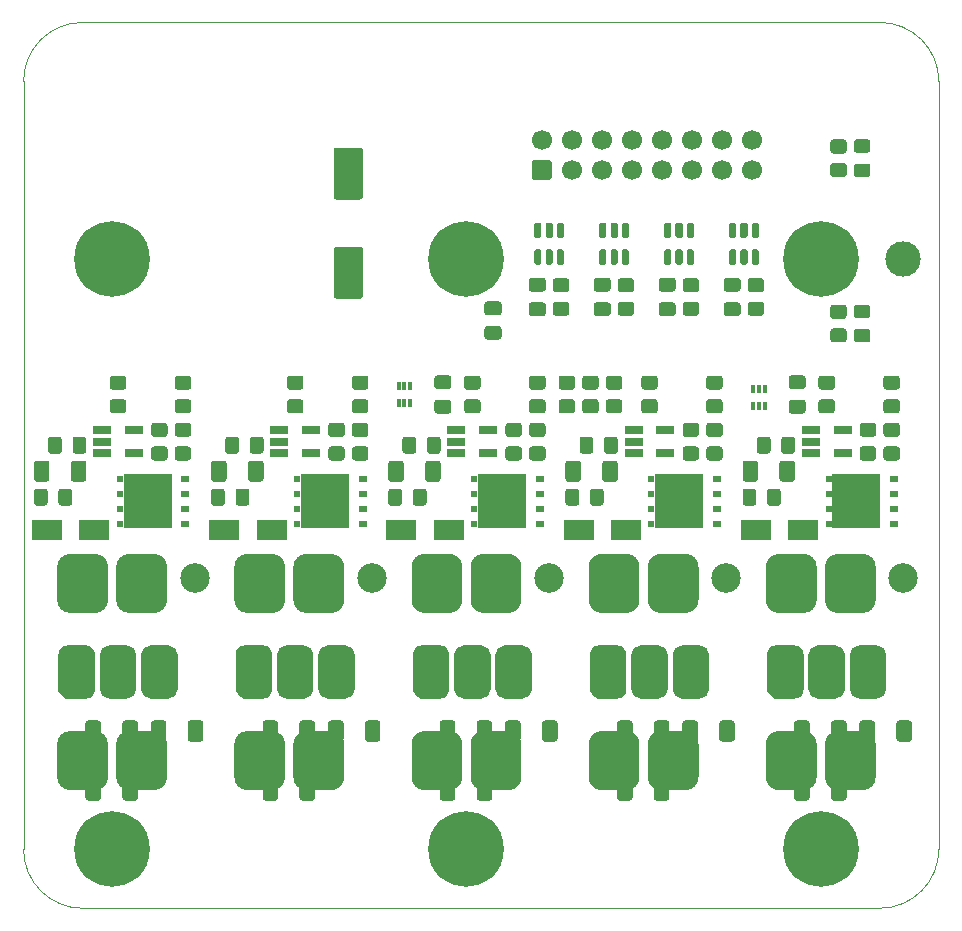
<source format=gbr>
G04 #@! TF.GenerationSoftware,KiCad,Pcbnew,6.0.10+dfsg-1~bpo11+1*
G04 #@! TF.ProjectId,pwr,7077722e-6b69-4636-9164-5f7063625858,rev?*
G04 #@! TF.SameCoordinates,Original*
G04 #@! TF.FileFunction,Soldermask,Top*
G04 #@! TF.FilePolarity,Negative*
%FSLAX46Y46*%
G04 Gerber Fmt 4.6, Leading zero omitted, Abs format (unit mm)*
%MOMM*%
%LPD*%
G01*
G04 APERTURE LIST*
G04 #@! TA.AperFunction,Profile*
%ADD10C,0.100000*%
G04 #@! TD*
%ADD11C,2.500000*%
%ADD12C,0.800000*%
%ADD13C,6.400000*%
%ADD14C,0.700000*%
%ADD15R,2.500000X1.800000*%
%ADD16R,0.650000X0.500000*%
%ADD17R,4.120000X4.600000*%
%ADD18R,0.550000X0.500000*%
%ADD19R,1.560000X0.650000*%
%ADD20R,0.340000X0.700000*%
%ADD21C,3.000000*%
%ADD22C,1.700000*%
G04 APERTURE END LIST*
D10*
X184000000Y-130000000D02*
G75*
G03*
X189000000Y-125000000I0J5000000D01*
G01*
X111500000Y-125000000D02*
G75*
G03*
X116500000Y-130000000I5000000J0D01*
G01*
X116500000Y-55000000D02*
X184000000Y-55000000D01*
X111500000Y-125000000D02*
X111500000Y-60000000D01*
X189000000Y-60000000D02*
G75*
G03*
X184000000Y-55000000I-5000000J0D01*
G01*
X184000000Y-130000000D02*
X116500000Y-130000000D01*
X116500000Y-55000000D02*
G75*
G03*
X111500000Y-60000000I0J-5000000D01*
G01*
X189000000Y-60000000D02*
X189000000Y-125000000D01*
G36*
G01*
X161050000Y-84900000D02*
X161950000Y-84900000D01*
G75*
G02*
X162200000Y-85150000I0J-250000D01*
G01*
X162200000Y-85850000D01*
G75*
G02*
X161950000Y-86100000I-250000J0D01*
G01*
X161050000Y-86100000D01*
G75*
G02*
X160800000Y-85850000I0J250000D01*
G01*
X160800000Y-85150000D01*
G75*
G02*
X161050000Y-84900000I250000J0D01*
G01*
G37*
G36*
G01*
X161050000Y-86900000D02*
X161950000Y-86900000D01*
G75*
G02*
X162200000Y-87150000I0J-250000D01*
G01*
X162200000Y-87850000D01*
G75*
G02*
X161950000Y-88100000I-250000J0D01*
G01*
X161050000Y-88100000D01*
G75*
G02*
X160800000Y-87850000I0J250000D01*
G01*
X160800000Y-87150000D01*
G75*
G02*
X161050000Y-86900000I250000J0D01*
G01*
G37*
G36*
G01*
X180950000Y-68100000D02*
X180050000Y-68100000D01*
G75*
G02*
X179800000Y-67850000I0J250000D01*
G01*
X179800000Y-67150000D01*
G75*
G02*
X180050000Y-66900000I250000J0D01*
G01*
X180950000Y-66900000D01*
G75*
G02*
X181200000Y-67150000I0J-250000D01*
G01*
X181200000Y-67850000D01*
G75*
G02*
X180950000Y-68100000I-250000J0D01*
G01*
G37*
G36*
G01*
X180950000Y-66100000D02*
X180050000Y-66100000D01*
G75*
G02*
X179800000Y-65850000I0J250000D01*
G01*
X179800000Y-65150000D01*
G75*
G02*
X180050000Y-64900000I250000J0D01*
G01*
X180950000Y-64900000D01*
G75*
G02*
X181200000Y-65150000I0J-250000D01*
G01*
X181200000Y-65850000D01*
G75*
G02*
X180950000Y-66100000I-250000J0D01*
G01*
G37*
G36*
G01*
X173050000Y-76647500D02*
X173950000Y-76647500D01*
G75*
G02*
X174200000Y-76897500I0J-250000D01*
G01*
X174200000Y-77597500D01*
G75*
G02*
X173950000Y-77847500I-250000J0D01*
G01*
X173050000Y-77847500D01*
G75*
G02*
X172800000Y-77597500I0J250000D01*
G01*
X172800000Y-76897500D01*
G75*
G02*
X173050000Y-76647500I250000J0D01*
G01*
G37*
G36*
G01*
X173050000Y-78647500D02*
X173950000Y-78647500D01*
G75*
G02*
X174200000Y-78897500I0J-250000D01*
G01*
X174200000Y-79597500D01*
G75*
G02*
X173950000Y-79847500I-250000J0D01*
G01*
X173050000Y-79847500D01*
G75*
G02*
X172800000Y-79597500I0J250000D01*
G01*
X172800000Y-78897500D01*
G75*
G02*
X173050000Y-78647500I250000J0D01*
G01*
G37*
G36*
G01*
X119050000Y-84900000D02*
X119950000Y-84900000D01*
G75*
G02*
X120200000Y-85150000I0J-250000D01*
G01*
X120200000Y-85850000D01*
G75*
G02*
X119950000Y-86100000I-250000J0D01*
G01*
X119050000Y-86100000D01*
G75*
G02*
X118800000Y-85850000I0J250000D01*
G01*
X118800000Y-85150000D01*
G75*
G02*
X119050000Y-84900000I250000J0D01*
G01*
G37*
G36*
G01*
X119050000Y-86900000D02*
X119950000Y-86900000D01*
G75*
G02*
X120200000Y-87150000I0J-250000D01*
G01*
X120200000Y-87850000D01*
G75*
G02*
X119950000Y-88100000I-250000J0D01*
G01*
X119050000Y-88100000D01*
G75*
G02*
X118800000Y-87850000I0J250000D01*
G01*
X118800000Y-87150000D01*
G75*
G02*
X119050000Y-86900000I250000J0D01*
G01*
G37*
G36*
G01*
X139550000Y-84900000D02*
X140450000Y-84900000D01*
G75*
G02*
X140700000Y-85150000I0J-250000D01*
G01*
X140700000Y-85850000D01*
G75*
G02*
X140450000Y-86100000I-250000J0D01*
G01*
X139550000Y-86100000D01*
G75*
G02*
X139300000Y-85850000I0J250000D01*
G01*
X139300000Y-85150000D01*
G75*
G02*
X139550000Y-84900000I250000J0D01*
G01*
G37*
G36*
G01*
X139550000Y-86900000D02*
X140450000Y-86900000D01*
G75*
G02*
X140700000Y-87150000I0J-250000D01*
G01*
X140700000Y-87850000D01*
G75*
G02*
X140450000Y-88100000I-250000J0D01*
G01*
X139550000Y-88100000D01*
G75*
G02*
X139300000Y-87850000I0J250000D01*
G01*
X139300000Y-87150000D01*
G75*
G02*
X139550000Y-86900000I250000J0D01*
G01*
G37*
G36*
G01*
X134050000Y-84900000D02*
X134950000Y-84900000D01*
G75*
G02*
X135200000Y-85150000I0J-250000D01*
G01*
X135200000Y-85850000D01*
G75*
G02*
X134950000Y-86100000I-250000J0D01*
G01*
X134050000Y-86100000D01*
G75*
G02*
X133800000Y-85850000I0J250000D01*
G01*
X133800000Y-85150000D01*
G75*
G02*
X134050000Y-84900000I250000J0D01*
G01*
G37*
G36*
G01*
X134050000Y-86900000D02*
X134950000Y-86900000D01*
G75*
G02*
X135200000Y-87150000I0J-250000D01*
G01*
X135200000Y-87850000D01*
G75*
G02*
X134950000Y-88100000I-250000J0D01*
G01*
X134050000Y-88100000D01*
G75*
G02*
X133800000Y-87850000I0J250000D01*
G01*
X133800000Y-87150000D01*
G75*
G02*
X134050000Y-86900000I250000J0D01*
G01*
G37*
D11*
X156000000Y-102000000D03*
G36*
G01*
X182550000Y-88900000D02*
X183450000Y-88900000D01*
G75*
G02*
X183700000Y-89150000I0J-250000D01*
G01*
X183700000Y-89850000D01*
G75*
G02*
X183450000Y-90100000I-250000J0D01*
G01*
X182550000Y-90100000D01*
G75*
G02*
X182300000Y-89850000I0J250000D01*
G01*
X182300000Y-89150000D01*
G75*
G02*
X182550000Y-88900000I250000J0D01*
G01*
G37*
G36*
G01*
X182550000Y-90900000D02*
X183450000Y-90900000D01*
G75*
G02*
X183700000Y-91150000I0J-250000D01*
G01*
X183700000Y-91850000D01*
G75*
G02*
X183450000Y-92100000I-250000J0D01*
G01*
X182550000Y-92100000D01*
G75*
G02*
X182300000Y-91850000I0J250000D01*
G01*
X182300000Y-91150000D01*
G75*
G02*
X182550000Y-90900000I250000J0D01*
G01*
G37*
G36*
G01*
X157375000Y-95675000D02*
X157375000Y-94725000D01*
G75*
G02*
X157625000Y-94475000I250000J0D01*
G01*
X158300000Y-94475000D01*
G75*
G02*
X158550000Y-94725000I0J-250000D01*
G01*
X158550000Y-95675000D01*
G75*
G02*
X158300000Y-95925000I-250000J0D01*
G01*
X157625000Y-95925000D01*
G75*
G02*
X157375000Y-95675000I0J250000D01*
G01*
G37*
G36*
G01*
X159450000Y-95675000D02*
X159450000Y-94725000D01*
G75*
G02*
X159700000Y-94475000I250000J0D01*
G01*
X160375000Y-94475000D01*
G75*
G02*
X160625000Y-94725000I0J-250000D01*
G01*
X160625000Y-95675000D01*
G75*
G02*
X160375000Y-95925000I-250000J0D01*
G01*
X159700000Y-95925000D01*
G75*
G02*
X159450000Y-95675000I0J250000D01*
G01*
G37*
D12*
X179000000Y-122600000D03*
X180697056Y-123302944D03*
X177302944Y-123302944D03*
X179000000Y-127400000D03*
D13*
X179000000Y-125000000D03*
D12*
X176600000Y-125000000D03*
X180697056Y-126697056D03*
X181400000Y-125000000D03*
X177302944Y-126697056D03*
G36*
G01*
X171025000Y-76622500D02*
X171975000Y-76622500D01*
G75*
G02*
X172225000Y-76872500I0J-250000D01*
G01*
X172225000Y-77547500D01*
G75*
G02*
X171975000Y-77797500I-250000J0D01*
G01*
X171025000Y-77797500D01*
G75*
G02*
X170775000Y-77547500I0J250000D01*
G01*
X170775000Y-76872500D01*
G75*
G02*
X171025000Y-76622500I250000J0D01*
G01*
G37*
G36*
G01*
X171025000Y-78697500D02*
X171975000Y-78697500D01*
G75*
G02*
X172225000Y-78947500I0J-250000D01*
G01*
X172225000Y-79622500D01*
G75*
G02*
X171975000Y-79872500I-250000J0D01*
G01*
X171025000Y-79872500D01*
G75*
G02*
X170775000Y-79622500I0J250000D01*
G01*
X170775000Y-78947500D01*
G75*
G02*
X171025000Y-78697500I250000J0D01*
G01*
G37*
G36*
G01*
X156550000Y-76647500D02*
X157450000Y-76647500D01*
G75*
G02*
X157700000Y-76897500I0J-250000D01*
G01*
X157700000Y-77597500D01*
G75*
G02*
X157450000Y-77847500I-250000J0D01*
G01*
X156550000Y-77847500D01*
G75*
G02*
X156300000Y-77597500I0J250000D01*
G01*
X156300000Y-76897500D01*
G75*
G02*
X156550000Y-76647500I250000J0D01*
G01*
G37*
G36*
G01*
X156550000Y-78647500D02*
X157450000Y-78647500D01*
G75*
G02*
X157700000Y-78897500I0J-250000D01*
G01*
X157700000Y-79597500D01*
G75*
G02*
X157450000Y-79847500I-250000J0D01*
G01*
X156550000Y-79847500D01*
G75*
G02*
X156300000Y-79597500I0J250000D01*
G01*
X156300000Y-78897500D01*
G75*
G02*
X156550000Y-78647500I250000J0D01*
G01*
G37*
G36*
G01*
X172375000Y-93650000D02*
X172375000Y-92350000D01*
G75*
G02*
X172625000Y-92100000I250000J0D01*
G01*
X173450000Y-92100000D01*
G75*
G02*
X173700000Y-92350000I0J-250000D01*
G01*
X173700000Y-93650000D01*
G75*
G02*
X173450000Y-93900000I-250000J0D01*
G01*
X172625000Y-93900000D01*
G75*
G02*
X172375000Y-93650000I0J250000D01*
G01*
G37*
G36*
G01*
X175500000Y-93650000D02*
X175500000Y-92350000D01*
G75*
G02*
X175750000Y-92100000I250000J0D01*
G01*
X176575000Y-92100000D01*
G75*
G02*
X176825000Y-92350000I0J-250000D01*
G01*
X176825000Y-93650000D01*
G75*
G02*
X176575000Y-93900000I-250000J0D01*
G01*
X175750000Y-93900000D01*
G75*
G02*
X175500000Y-93650000I0J250000D01*
G01*
G37*
D14*
X132000000Y-111750000D03*
G36*
X132550000Y-111475000D02*
G01*
X132533898Y-111632160D01*
X132477389Y-111802529D01*
X132383202Y-111955329D01*
X132256390Y-112082362D01*
X132103755Y-112176816D01*
X131933484Y-112233622D01*
X131775000Y-112250000D01*
X130070000Y-112250000D01*
X129450000Y-111630000D01*
X129450000Y-108525000D01*
X129466102Y-108367840D01*
X129522611Y-108197471D01*
X129616798Y-108044671D01*
X129743610Y-107917638D01*
X129896245Y-107823184D01*
X130066516Y-107766378D01*
X130225000Y-107750000D01*
X131775000Y-107750000D01*
X131932160Y-107766102D01*
X132102529Y-107822611D01*
X132255329Y-107916798D01*
X132382362Y-108043610D01*
X132476816Y-108196245D01*
X132533622Y-108366516D01*
X132550000Y-108525000D01*
X132550000Y-111475000D01*
G37*
X132000000Y-108250000D03*
X130000000Y-108250000D03*
X130000000Y-111750000D03*
X133500000Y-111750000D03*
X135500000Y-111750000D03*
G36*
G01*
X136050000Y-108525000D02*
X136050000Y-111475000D01*
G75*
G02*
X135275000Y-112250000I-775000J0D01*
G01*
X133725000Y-112250000D01*
G75*
G02*
X132950000Y-111475000I0J775000D01*
G01*
X132950000Y-108525000D01*
G75*
G02*
X133725000Y-107750000I775000J0D01*
G01*
X135275000Y-107750000D01*
G75*
G02*
X136050000Y-108525000I0J-775000D01*
G01*
G37*
X133500000Y-108250000D03*
X135500000Y-108250000D03*
X139016000Y-108250000D03*
X136984000Y-108250000D03*
X139000000Y-111750000D03*
X136984000Y-111750000D03*
G36*
G01*
X139550000Y-108525000D02*
X139550000Y-111475000D01*
G75*
G02*
X138775000Y-112250000I-775000J0D01*
G01*
X137225000Y-112250000D01*
G75*
G02*
X136450000Y-111475000I0J775000D01*
G01*
X136450000Y-108525000D01*
G75*
G02*
X137225000Y-107750000I775000J0D01*
G01*
X138775000Y-107750000D01*
G75*
G02*
X139550000Y-108525000I0J-775000D01*
G01*
G37*
G36*
G01*
X167275000Y-115650000D02*
X167275000Y-114350000D01*
G75*
G02*
X167525000Y-114100000I250000J0D01*
G01*
X168350000Y-114100000D01*
G75*
G02*
X168600000Y-114350000I0J-250000D01*
G01*
X168600000Y-115650000D01*
G75*
G02*
X168350000Y-115900000I-250000J0D01*
G01*
X167525000Y-115900000D01*
G75*
G02*
X167275000Y-115650000I0J250000D01*
G01*
G37*
G36*
G01*
X170400000Y-115650000D02*
X170400000Y-114350000D01*
G75*
G02*
X170650000Y-114100000I250000J0D01*
G01*
X171475000Y-114100000D01*
G75*
G02*
X171725000Y-114350000I0J-250000D01*
G01*
X171725000Y-115650000D01*
G75*
G02*
X171475000Y-115900000I-250000J0D01*
G01*
X170650000Y-115900000D01*
G75*
G02*
X170400000Y-115650000I0J250000D01*
G01*
G37*
G36*
G01*
X184550000Y-84900000D02*
X185450000Y-84900000D01*
G75*
G02*
X185700000Y-85150000I0J-250000D01*
G01*
X185700000Y-85850000D01*
G75*
G02*
X185450000Y-86100000I-250000J0D01*
G01*
X184550000Y-86100000D01*
G75*
G02*
X184300000Y-85850000I0J250000D01*
G01*
X184300000Y-85150000D01*
G75*
G02*
X184550000Y-84900000I250000J0D01*
G01*
G37*
G36*
G01*
X184550000Y-86900000D02*
X185450000Y-86900000D01*
G75*
G02*
X185700000Y-87150000I0J-250000D01*
G01*
X185700000Y-87850000D01*
G75*
G02*
X185450000Y-88100000I-250000J0D01*
G01*
X184550000Y-88100000D01*
G75*
G02*
X184300000Y-87850000I0J250000D01*
G01*
X184300000Y-87150000D01*
G75*
G02*
X184550000Y-86900000I250000J0D01*
G01*
G37*
G36*
G01*
X160025000Y-76622500D02*
X160975000Y-76622500D01*
G75*
G02*
X161225000Y-76872500I0J-250000D01*
G01*
X161225000Y-77547500D01*
G75*
G02*
X160975000Y-77797500I-250000J0D01*
G01*
X160025000Y-77797500D01*
G75*
G02*
X159775000Y-77547500I0J250000D01*
G01*
X159775000Y-76872500D01*
G75*
G02*
X160025000Y-76622500I250000J0D01*
G01*
G37*
G36*
G01*
X160025000Y-78697500D02*
X160975000Y-78697500D01*
G75*
G02*
X161225000Y-78947500I0J-250000D01*
G01*
X161225000Y-79622500D01*
G75*
G02*
X160975000Y-79872500I-250000J0D01*
G01*
X160025000Y-79872500D01*
G75*
G02*
X159775000Y-79622500I0J250000D01*
G01*
X159775000Y-78947500D01*
G75*
G02*
X160025000Y-78697500I250000J0D01*
G01*
G37*
G36*
G01*
X125450000Y-92100000D02*
X124550000Y-92100000D01*
G75*
G02*
X124300000Y-91850000I0J250000D01*
G01*
X124300000Y-91150000D01*
G75*
G02*
X124550000Y-90900000I250000J0D01*
G01*
X125450000Y-90900000D01*
G75*
G02*
X125700000Y-91150000I0J-250000D01*
G01*
X125700000Y-91850000D01*
G75*
G02*
X125450000Y-92100000I-250000J0D01*
G01*
G37*
G36*
G01*
X125450000Y-90100000D02*
X124550000Y-90100000D01*
G75*
G02*
X124300000Y-89850000I0J250000D01*
G01*
X124300000Y-89150000D01*
G75*
G02*
X124550000Y-88900000I250000J0D01*
G01*
X125450000Y-88900000D01*
G75*
G02*
X125700000Y-89150000I0J-250000D01*
G01*
X125700000Y-89850000D01*
G75*
G02*
X125450000Y-90100000I-250000J0D01*
G01*
G37*
G36*
G01*
X161737500Y-120650000D02*
X161737500Y-119350000D01*
G75*
G02*
X161987500Y-119100000I250000J0D01*
G01*
X162812500Y-119100000D01*
G75*
G02*
X163062500Y-119350000I0J-250000D01*
G01*
X163062500Y-120650000D01*
G75*
G02*
X162812500Y-120900000I-250000J0D01*
G01*
X161987500Y-120900000D01*
G75*
G02*
X161737500Y-120650000I0J250000D01*
G01*
G37*
G36*
G01*
X164862500Y-120650000D02*
X164862500Y-119350000D01*
G75*
G02*
X165112500Y-119100000I250000J0D01*
G01*
X165937500Y-119100000D01*
G75*
G02*
X166187500Y-119350000I0J-250000D01*
G01*
X166187500Y-120650000D01*
G75*
G02*
X165937500Y-120900000I-250000J0D01*
G01*
X165112500Y-120900000D01*
G75*
G02*
X164862500Y-120650000I0J250000D01*
G01*
G37*
D11*
X186000000Y-102000000D03*
G36*
G01*
X127375000Y-93650000D02*
X127375000Y-92350000D01*
G75*
G02*
X127625000Y-92100000I250000J0D01*
G01*
X128450000Y-92100000D01*
G75*
G02*
X128700000Y-92350000I0J-250000D01*
G01*
X128700000Y-93650000D01*
G75*
G02*
X128450000Y-93900000I-250000J0D01*
G01*
X127625000Y-93900000D01*
G75*
G02*
X127375000Y-93650000I0J250000D01*
G01*
G37*
G36*
G01*
X130500000Y-93650000D02*
X130500000Y-92350000D01*
G75*
G02*
X130750000Y-92100000I250000J0D01*
G01*
X131575000Y-92100000D01*
G75*
G02*
X131825000Y-92350000I0J-250000D01*
G01*
X131825000Y-93650000D01*
G75*
G02*
X131575000Y-93900000I-250000J0D01*
G01*
X130750000Y-93900000D01*
G75*
G02*
X130500000Y-93650000I0J250000D01*
G01*
G37*
D15*
X113500000Y-98000000D03*
X117500000Y-98000000D03*
X143500000Y-98000000D03*
X147500000Y-98000000D03*
G36*
G01*
X142375000Y-95675000D02*
X142375000Y-94725000D01*
G75*
G02*
X142625000Y-94475000I250000J0D01*
G01*
X143300000Y-94475000D01*
G75*
G02*
X143550000Y-94725000I0J-250000D01*
G01*
X143550000Y-95675000D01*
G75*
G02*
X143300000Y-95925000I-250000J0D01*
G01*
X142625000Y-95925000D01*
G75*
G02*
X142375000Y-95675000I0J250000D01*
G01*
G37*
G36*
G01*
X144450000Y-95675000D02*
X144450000Y-94725000D01*
G75*
G02*
X144700000Y-94475000I250000J0D01*
G01*
X145375000Y-94475000D01*
G75*
G02*
X145625000Y-94725000I0J-250000D01*
G01*
X145625000Y-95675000D01*
G75*
G02*
X145375000Y-95925000I-250000J0D01*
G01*
X144700000Y-95925000D01*
G75*
G02*
X144450000Y-95675000I0J250000D01*
G01*
G37*
G36*
G01*
X113575000Y-91275000D02*
X113575000Y-90325000D01*
G75*
G02*
X113825000Y-90075000I250000J0D01*
G01*
X114500000Y-90075000D01*
G75*
G02*
X114750000Y-90325000I0J-250000D01*
G01*
X114750000Y-91275000D01*
G75*
G02*
X114500000Y-91525000I-250000J0D01*
G01*
X113825000Y-91525000D01*
G75*
G02*
X113575000Y-91275000I0J250000D01*
G01*
G37*
G36*
G01*
X115650000Y-91275000D02*
X115650000Y-90325000D01*
G75*
G02*
X115900000Y-90075000I250000J0D01*
G01*
X116575000Y-90075000D01*
G75*
G02*
X116825000Y-90325000I0J-250000D01*
G01*
X116825000Y-91275000D01*
G75*
G02*
X116575000Y-91525000I-250000J0D01*
G01*
X115900000Y-91525000D01*
G75*
G02*
X115650000Y-91275000I0J250000D01*
G01*
G37*
G36*
G01*
X137550000Y-88900000D02*
X138450000Y-88900000D01*
G75*
G02*
X138700000Y-89150000I0J-250000D01*
G01*
X138700000Y-89850000D01*
G75*
G02*
X138450000Y-90100000I-250000J0D01*
G01*
X137550000Y-90100000D01*
G75*
G02*
X137300000Y-89850000I0J250000D01*
G01*
X137300000Y-89150000D01*
G75*
G02*
X137550000Y-88900000I250000J0D01*
G01*
G37*
G36*
G01*
X137550000Y-90900000D02*
X138450000Y-90900000D01*
G75*
G02*
X138700000Y-91150000I0J-250000D01*
G01*
X138700000Y-91850000D01*
G75*
G02*
X138450000Y-92100000I-250000J0D01*
G01*
X137550000Y-92100000D01*
G75*
G02*
X137300000Y-91850000I0J250000D01*
G01*
X137300000Y-91150000D01*
G75*
G02*
X137550000Y-90900000I250000J0D01*
G01*
G37*
D16*
X155215000Y-97440000D03*
X155215000Y-96170000D03*
X155215000Y-94900000D03*
X155215000Y-93630000D03*
D17*
X152000000Y-95535000D03*
D18*
X149665000Y-93630000D03*
X149665000Y-97440000D03*
X149665000Y-96170000D03*
X149665000Y-94900000D03*
G36*
G01*
X112375000Y-93650000D02*
X112375000Y-92350000D01*
G75*
G02*
X112625000Y-92100000I250000J0D01*
G01*
X113450000Y-92100000D01*
G75*
G02*
X113700000Y-92350000I0J-250000D01*
G01*
X113700000Y-93650000D01*
G75*
G02*
X113450000Y-93900000I-250000J0D01*
G01*
X112625000Y-93900000D01*
G75*
G02*
X112375000Y-93650000I0J250000D01*
G01*
G37*
G36*
G01*
X115500000Y-93650000D02*
X115500000Y-92350000D01*
G75*
G02*
X115750000Y-92100000I250000J0D01*
G01*
X116575000Y-92100000D01*
G75*
G02*
X116825000Y-92350000I0J-250000D01*
G01*
X116825000Y-93650000D01*
G75*
G02*
X116575000Y-93900000I-250000J0D01*
G01*
X115750000Y-93900000D01*
G75*
G02*
X115500000Y-93650000I0J250000D01*
G01*
G37*
G36*
G01*
X176737500Y-120650000D02*
X176737500Y-119350000D01*
G75*
G02*
X176987500Y-119100000I250000J0D01*
G01*
X177812500Y-119100000D01*
G75*
G02*
X178062500Y-119350000I0J-250000D01*
G01*
X178062500Y-120650000D01*
G75*
G02*
X177812500Y-120900000I-250000J0D01*
G01*
X176987500Y-120900000D01*
G75*
G02*
X176737500Y-120650000I0J250000D01*
G01*
G37*
G36*
G01*
X179862500Y-120650000D02*
X179862500Y-119350000D01*
G75*
G02*
X180112500Y-119100000I250000J0D01*
G01*
X180937500Y-119100000D01*
G75*
G02*
X181187500Y-119350000I0J-250000D01*
G01*
X181187500Y-120650000D01*
G75*
G02*
X180937500Y-120900000I-250000J0D01*
G01*
X180112500Y-120900000D01*
G75*
G02*
X179862500Y-120650000I0J250000D01*
G01*
G37*
G36*
G01*
X127375000Y-95675000D02*
X127375000Y-94725000D01*
G75*
G02*
X127625000Y-94475000I250000J0D01*
G01*
X128300000Y-94475000D01*
G75*
G02*
X128550000Y-94725000I0J-250000D01*
G01*
X128550000Y-95675000D01*
G75*
G02*
X128300000Y-95925000I-250000J0D01*
G01*
X127625000Y-95925000D01*
G75*
G02*
X127375000Y-95675000I0J250000D01*
G01*
G37*
G36*
G01*
X129450000Y-95675000D02*
X129450000Y-94725000D01*
G75*
G02*
X129700000Y-94475000I250000J0D01*
G01*
X130375000Y-94475000D01*
G75*
G02*
X130625000Y-94725000I0J-250000D01*
G01*
X130625000Y-95675000D01*
G75*
G02*
X130375000Y-95925000I-250000J0D01*
G01*
X129700000Y-95925000D01*
G75*
G02*
X129450000Y-95675000I0J250000D01*
G01*
G37*
G36*
G01*
X131737500Y-120650000D02*
X131737500Y-119350000D01*
G75*
G02*
X131987500Y-119100000I250000J0D01*
G01*
X132812500Y-119100000D01*
G75*
G02*
X133062500Y-119350000I0J-250000D01*
G01*
X133062500Y-120650000D01*
G75*
G02*
X132812500Y-120900000I-250000J0D01*
G01*
X131987500Y-120900000D01*
G75*
G02*
X131737500Y-120650000I0J250000D01*
G01*
G37*
G36*
G01*
X134862500Y-120650000D02*
X134862500Y-119350000D01*
G75*
G02*
X135112500Y-119100000I250000J0D01*
G01*
X135937500Y-119100000D01*
G75*
G02*
X136187500Y-119350000I0J-250000D01*
G01*
X136187500Y-120650000D01*
G75*
G02*
X135937500Y-120900000I-250000J0D01*
G01*
X135112500Y-120900000D01*
G75*
G02*
X134862500Y-120650000I0J250000D01*
G01*
G37*
G36*
G01*
X140450000Y-92100000D02*
X139550000Y-92100000D01*
G75*
G02*
X139300000Y-91850000I0J250000D01*
G01*
X139300000Y-91150000D01*
G75*
G02*
X139550000Y-90900000I250000J0D01*
G01*
X140450000Y-90900000D01*
G75*
G02*
X140700000Y-91150000I0J-250000D01*
G01*
X140700000Y-91850000D01*
G75*
G02*
X140450000Y-92100000I-250000J0D01*
G01*
G37*
G36*
G01*
X140450000Y-90100000D02*
X139550000Y-90100000D01*
G75*
G02*
X139300000Y-89850000I0J250000D01*
G01*
X139300000Y-89150000D01*
G75*
G02*
X139550000Y-88900000I250000J0D01*
G01*
X140450000Y-88900000D01*
G75*
G02*
X140700000Y-89150000I0J-250000D01*
G01*
X140700000Y-89850000D01*
G75*
G02*
X140450000Y-90100000I-250000J0D01*
G01*
G37*
D14*
X177000000Y-108250000D03*
X177000000Y-111750000D03*
X175000000Y-111750000D03*
X175000000Y-108250000D03*
G36*
X177550000Y-111475000D02*
G01*
X177533898Y-111632160D01*
X177477389Y-111802529D01*
X177383202Y-111955329D01*
X177256390Y-112082362D01*
X177103755Y-112176816D01*
X176933484Y-112233622D01*
X176775000Y-112250000D01*
X175070000Y-112250000D01*
X174450000Y-111630000D01*
X174450000Y-108525000D01*
X174466102Y-108367840D01*
X174522611Y-108197471D01*
X174616798Y-108044671D01*
X174743610Y-107917638D01*
X174896245Y-107823184D01*
X175066516Y-107766378D01*
X175225000Y-107750000D01*
X176775000Y-107750000D01*
X176932160Y-107766102D01*
X177102529Y-107822611D01*
X177255329Y-107916798D01*
X177382362Y-108043610D01*
X177476816Y-108196245D01*
X177533622Y-108366516D01*
X177550000Y-108525000D01*
X177550000Y-111475000D01*
G37*
G36*
G01*
X181050000Y-108525000D02*
X181050000Y-111475000D01*
G75*
G02*
X180275000Y-112250000I-775000J0D01*
G01*
X178725000Y-112250000D01*
G75*
G02*
X177950000Y-111475000I0J775000D01*
G01*
X177950000Y-108525000D01*
G75*
G02*
X178725000Y-107750000I775000J0D01*
G01*
X180275000Y-107750000D01*
G75*
G02*
X181050000Y-108525000I0J-775000D01*
G01*
G37*
X178500000Y-111750000D03*
X180500000Y-111750000D03*
X180500000Y-108250000D03*
X178500000Y-108250000D03*
G36*
G01*
X184550000Y-108525000D02*
X184550000Y-111475000D01*
G75*
G02*
X183775000Y-112250000I-775000J0D01*
G01*
X182225000Y-112250000D01*
G75*
G02*
X181450000Y-111475000I0J775000D01*
G01*
X181450000Y-108525000D01*
G75*
G02*
X182225000Y-107750000I775000J0D01*
G01*
X183775000Y-107750000D01*
G75*
G02*
X184550000Y-108525000I0J-775000D01*
G01*
G37*
X181984000Y-111750000D03*
X184000000Y-111750000D03*
X181984000Y-108250000D03*
X184016000Y-108250000D03*
G36*
G01*
X182050000Y-64900000D02*
X182950000Y-64900000D01*
G75*
G02*
X183200000Y-65150000I0J-250000D01*
G01*
X183200000Y-65800000D01*
G75*
G02*
X182950000Y-66050000I-250000J0D01*
G01*
X182050000Y-66050000D01*
G75*
G02*
X181800000Y-65800000I0J250000D01*
G01*
X181800000Y-65150000D01*
G75*
G02*
X182050000Y-64900000I250000J0D01*
G01*
G37*
G36*
G01*
X182050000Y-66950000D02*
X182950000Y-66950000D01*
G75*
G02*
X183200000Y-67200000I0J-250000D01*
G01*
X183200000Y-67850000D01*
G75*
G02*
X182950000Y-68100000I-250000J0D01*
G01*
X182050000Y-68100000D01*
G75*
G02*
X181800000Y-67850000I0J250000D01*
G01*
X181800000Y-67200000D01*
G75*
G02*
X182050000Y-66950000I250000J0D01*
G01*
G37*
G36*
G01*
X157375000Y-93650000D02*
X157375000Y-92350000D01*
G75*
G02*
X157625000Y-92100000I250000J0D01*
G01*
X158450000Y-92100000D01*
G75*
G02*
X158700000Y-92350000I0J-250000D01*
G01*
X158700000Y-93650000D01*
G75*
G02*
X158450000Y-93900000I-250000J0D01*
G01*
X157625000Y-93900000D01*
G75*
G02*
X157375000Y-93650000I0J250000D01*
G01*
G37*
G36*
G01*
X160500000Y-93650000D02*
X160500000Y-92350000D01*
G75*
G02*
X160750000Y-92100000I250000J0D01*
G01*
X161575000Y-92100000D01*
G75*
G02*
X161825000Y-92350000I0J-250000D01*
G01*
X161825000Y-93650000D01*
G75*
G02*
X161575000Y-93900000I-250000J0D01*
G01*
X160750000Y-93900000D01*
G75*
G02*
X160500000Y-93650000I0J250000D01*
G01*
G37*
G36*
G01*
X165525000Y-76622500D02*
X166475000Y-76622500D01*
G75*
G02*
X166725000Y-76872500I0J-250000D01*
G01*
X166725000Y-77547500D01*
G75*
G02*
X166475000Y-77797500I-250000J0D01*
G01*
X165525000Y-77797500D01*
G75*
G02*
X165275000Y-77547500I0J250000D01*
G01*
X165275000Y-76872500D01*
G75*
G02*
X165525000Y-76622500I250000J0D01*
G01*
G37*
G36*
G01*
X165525000Y-78697500D02*
X166475000Y-78697500D01*
G75*
G02*
X166725000Y-78947500I0J-250000D01*
G01*
X166725000Y-79622500D01*
G75*
G02*
X166475000Y-79872500I-250000J0D01*
G01*
X165525000Y-79872500D01*
G75*
G02*
X165275000Y-79622500I0J250000D01*
G01*
X165275000Y-78947500D01*
G75*
G02*
X165525000Y-78697500I250000J0D01*
G01*
G37*
D19*
X118150000Y-89550000D03*
X118150000Y-90500000D03*
X118150000Y-91450000D03*
X120850000Y-91450000D03*
X120850000Y-89550000D03*
G36*
G01*
X142375000Y-93650000D02*
X142375000Y-92350000D01*
G75*
G02*
X142625000Y-92100000I250000J0D01*
G01*
X143450000Y-92100000D01*
G75*
G02*
X143700000Y-92350000I0J-250000D01*
G01*
X143700000Y-93650000D01*
G75*
G02*
X143450000Y-93900000I-250000J0D01*
G01*
X142625000Y-93900000D01*
G75*
G02*
X142375000Y-93650000I0J250000D01*
G01*
G37*
G36*
G01*
X145500000Y-93650000D02*
X145500000Y-92350000D01*
G75*
G02*
X145750000Y-92100000I250000J0D01*
G01*
X146575000Y-92100000D01*
G75*
G02*
X146825000Y-92350000I0J-250000D01*
G01*
X146825000Y-93650000D01*
G75*
G02*
X146575000Y-93900000I-250000J0D01*
G01*
X145750000Y-93900000D01*
G75*
G02*
X145500000Y-93650000I0J250000D01*
G01*
G37*
X133150000Y-89550000D03*
X133150000Y-90500000D03*
X133150000Y-91450000D03*
X135850000Y-91450000D03*
X135850000Y-89550000D03*
D11*
X126000000Y-102000000D03*
G36*
G01*
X173300000Y-71947500D02*
X173600000Y-71947500D01*
G75*
G02*
X173750000Y-72097500I0J-150000D01*
G01*
X173750000Y-73122500D01*
G75*
G02*
X173600000Y-73272500I-150000J0D01*
G01*
X173300000Y-73272500D01*
G75*
G02*
X173150000Y-73122500I0J150000D01*
G01*
X173150000Y-72097500D01*
G75*
G02*
X173300000Y-71947500I150000J0D01*
G01*
G37*
G36*
G01*
X172350000Y-71947500D02*
X172650000Y-71947500D01*
G75*
G02*
X172800000Y-72097500I0J-150000D01*
G01*
X172800000Y-73122500D01*
G75*
G02*
X172650000Y-73272500I-150000J0D01*
G01*
X172350000Y-73272500D01*
G75*
G02*
X172200000Y-73122500I0J150000D01*
G01*
X172200000Y-72097500D01*
G75*
G02*
X172350000Y-71947500I150000J0D01*
G01*
G37*
G36*
G01*
X171400000Y-71947500D02*
X171700000Y-71947500D01*
G75*
G02*
X171850000Y-72097500I0J-150000D01*
G01*
X171850000Y-73122500D01*
G75*
G02*
X171700000Y-73272500I-150000J0D01*
G01*
X171400000Y-73272500D01*
G75*
G02*
X171250000Y-73122500I0J150000D01*
G01*
X171250000Y-72097500D01*
G75*
G02*
X171400000Y-71947500I150000J0D01*
G01*
G37*
G36*
G01*
X171400000Y-74222500D02*
X171700000Y-74222500D01*
G75*
G02*
X171850000Y-74372500I0J-150000D01*
G01*
X171850000Y-75397500D01*
G75*
G02*
X171700000Y-75547500I-150000J0D01*
G01*
X171400000Y-75547500D01*
G75*
G02*
X171250000Y-75397500I0J150000D01*
G01*
X171250000Y-74372500D01*
G75*
G02*
X171400000Y-74222500I150000J0D01*
G01*
G37*
G36*
G01*
X172350000Y-74222500D02*
X172650000Y-74222500D01*
G75*
G02*
X172800000Y-74372500I0J-150000D01*
G01*
X172800000Y-75397500D01*
G75*
G02*
X172650000Y-75547500I-150000J0D01*
G01*
X172350000Y-75547500D01*
G75*
G02*
X172200000Y-75397500I0J150000D01*
G01*
X172200000Y-74372500D01*
G75*
G02*
X172350000Y-74222500I150000J0D01*
G01*
G37*
G36*
G01*
X173300000Y-74222500D02*
X173600000Y-74222500D01*
G75*
G02*
X173750000Y-74372500I0J-150000D01*
G01*
X173750000Y-75397500D01*
G75*
G02*
X173600000Y-75547500I-150000J0D01*
G01*
X173300000Y-75547500D01*
G75*
G02*
X173150000Y-75397500I0J150000D01*
G01*
X173150000Y-74372500D01*
G75*
G02*
X173300000Y-74222500I150000J0D01*
G01*
G37*
G36*
G01*
X138000000Y-65600000D02*
X140000000Y-65600000D01*
G75*
G02*
X140250000Y-65850000I0J-250000D01*
G01*
X140250000Y-69750000D01*
G75*
G02*
X140000000Y-70000000I-250000J0D01*
G01*
X138000000Y-70000000D01*
G75*
G02*
X137750000Y-69750000I0J250000D01*
G01*
X137750000Y-65850000D01*
G75*
G02*
X138000000Y-65600000I250000J0D01*
G01*
G37*
G36*
G01*
X138000000Y-74000000D02*
X140000000Y-74000000D01*
G75*
G02*
X140250000Y-74250000I0J-250000D01*
G01*
X140250000Y-78150000D01*
G75*
G02*
X140000000Y-78400000I-250000J0D01*
G01*
X138000000Y-78400000D01*
G75*
G02*
X137750000Y-78150000I0J250000D01*
G01*
X137750000Y-74250000D01*
G75*
G02*
X138000000Y-74000000I250000J0D01*
G01*
G37*
D16*
X170215000Y-97440000D03*
X170215000Y-96170000D03*
X170215000Y-94900000D03*
X170215000Y-93630000D03*
D18*
X164665000Y-93630000D03*
X164665000Y-94900000D03*
X164665000Y-97440000D03*
X164665000Y-96170000D03*
D17*
X167000000Y-95535000D03*
G36*
G01*
X152275000Y-115650000D02*
X152275000Y-114350000D01*
G75*
G02*
X152525000Y-114100000I250000J0D01*
G01*
X153350000Y-114100000D01*
G75*
G02*
X153600000Y-114350000I0J-250000D01*
G01*
X153600000Y-115650000D01*
G75*
G02*
X153350000Y-115900000I-250000J0D01*
G01*
X152525000Y-115900000D01*
G75*
G02*
X152275000Y-115650000I0J250000D01*
G01*
G37*
G36*
G01*
X155400000Y-115650000D02*
X155400000Y-114350000D01*
G75*
G02*
X155650000Y-114100000I250000J0D01*
G01*
X156475000Y-114100000D01*
G75*
G02*
X156725000Y-114350000I0J-250000D01*
G01*
X156725000Y-115650000D01*
G75*
G02*
X156475000Y-115900000I-250000J0D01*
G01*
X155650000Y-115900000D01*
G75*
G02*
X155400000Y-115650000I0J250000D01*
G01*
G37*
G36*
G01*
X124550000Y-84900000D02*
X125450000Y-84900000D01*
G75*
G02*
X125700000Y-85150000I0J-250000D01*
G01*
X125700000Y-85850000D01*
G75*
G02*
X125450000Y-86100000I-250000J0D01*
G01*
X124550000Y-86100000D01*
G75*
G02*
X124300000Y-85850000I0J250000D01*
G01*
X124300000Y-85150000D01*
G75*
G02*
X124550000Y-84900000I250000J0D01*
G01*
G37*
G36*
G01*
X124550000Y-86900000D02*
X125450000Y-86900000D01*
G75*
G02*
X125700000Y-87150000I0J-250000D01*
G01*
X125700000Y-87850000D01*
G75*
G02*
X125450000Y-88100000I-250000J0D01*
G01*
X124550000Y-88100000D01*
G75*
G02*
X124300000Y-87850000I0J250000D01*
G01*
X124300000Y-87150000D01*
G75*
G02*
X124550000Y-86900000I250000J0D01*
G01*
G37*
G36*
G01*
X176737500Y-115650000D02*
X176737500Y-114350000D01*
G75*
G02*
X176987500Y-114100000I250000J0D01*
G01*
X177812500Y-114100000D01*
G75*
G02*
X178062500Y-114350000I0J-250000D01*
G01*
X178062500Y-115650000D01*
G75*
G02*
X177812500Y-115900000I-250000J0D01*
G01*
X176987500Y-115900000D01*
G75*
G02*
X176737500Y-115650000I0J250000D01*
G01*
G37*
G36*
G01*
X179862500Y-115650000D02*
X179862500Y-114350000D01*
G75*
G02*
X180112500Y-114100000I250000J0D01*
G01*
X180937500Y-114100000D01*
G75*
G02*
X181187500Y-114350000I0J-250000D01*
G01*
X181187500Y-115650000D01*
G75*
G02*
X180937500Y-115900000I-250000J0D01*
G01*
X180112500Y-115900000D01*
G75*
G02*
X179862500Y-115650000I0J250000D01*
G01*
G37*
G36*
G01*
X116737500Y-115650000D02*
X116737500Y-114350000D01*
G75*
G02*
X116987500Y-114100000I250000J0D01*
G01*
X117812500Y-114100000D01*
G75*
G02*
X118062500Y-114350000I0J-250000D01*
G01*
X118062500Y-115650000D01*
G75*
G02*
X117812500Y-115900000I-250000J0D01*
G01*
X116987500Y-115900000D01*
G75*
G02*
X116737500Y-115650000I0J250000D01*
G01*
G37*
G36*
G01*
X119862500Y-115650000D02*
X119862500Y-114350000D01*
G75*
G02*
X120112500Y-114100000I250000J0D01*
G01*
X120937500Y-114100000D01*
G75*
G02*
X121187500Y-114350000I0J-250000D01*
G01*
X121187500Y-115650000D01*
G75*
G02*
X120937500Y-115900000I-250000J0D01*
G01*
X120112500Y-115900000D01*
G75*
G02*
X119862500Y-115650000I0J250000D01*
G01*
G37*
G36*
G01*
X167550000Y-88900000D02*
X168450000Y-88900000D01*
G75*
G02*
X168700000Y-89150000I0J-250000D01*
G01*
X168700000Y-89850000D01*
G75*
G02*
X168450000Y-90100000I-250000J0D01*
G01*
X167550000Y-90100000D01*
G75*
G02*
X167300000Y-89850000I0J250000D01*
G01*
X167300000Y-89150000D01*
G75*
G02*
X167550000Y-88900000I250000J0D01*
G01*
G37*
G36*
G01*
X167550000Y-90900000D02*
X168450000Y-90900000D01*
G75*
G02*
X168700000Y-91150000I0J-250000D01*
G01*
X168700000Y-91850000D01*
G75*
G02*
X168450000Y-92100000I-250000J0D01*
G01*
X167550000Y-92100000D01*
G75*
G02*
X167300000Y-91850000I0J250000D01*
G01*
X167300000Y-91150000D01*
G75*
G02*
X167550000Y-90900000I250000J0D01*
G01*
G37*
G36*
X117550000Y-111475000D02*
G01*
X117533898Y-111632160D01*
X117477389Y-111802529D01*
X117383202Y-111955329D01*
X117256390Y-112082362D01*
X117103755Y-112176816D01*
X116933484Y-112233622D01*
X116775000Y-112250000D01*
X115070000Y-112250000D01*
X114450000Y-111630000D01*
X114450000Y-108525000D01*
X114466102Y-108367840D01*
X114522611Y-108197471D01*
X114616798Y-108044671D01*
X114743610Y-107917638D01*
X114896245Y-107823184D01*
X115066516Y-107766378D01*
X115225000Y-107750000D01*
X116775000Y-107750000D01*
X116932160Y-107766102D01*
X117102529Y-107822611D01*
X117255329Y-107916798D01*
X117382362Y-108043610D01*
X117476816Y-108196245D01*
X117533622Y-108366516D01*
X117550000Y-108525000D01*
X117550000Y-111475000D01*
G37*
D14*
X117000000Y-108250000D03*
X117000000Y-111750000D03*
X115000000Y-108250000D03*
X115000000Y-111750000D03*
G36*
G01*
X121050000Y-108525000D02*
X121050000Y-111475000D01*
G75*
G02*
X120275000Y-112250000I-775000J0D01*
G01*
X118725000Y-112250000D01*
G75*
G02*
X117950000Y-111475000I0J775000D01*
G01*
X117950000Y-108525000D01*
G75*
G02*
X118725000Y-107750000I775000J0D01*
G01*
X120275000Y-107750000D01*
G75*
G02*
X121050000Y-108525000I0J-775000D01*
G01*
G37*
X118500000Y-108250000D03*
X120500000Y-111750000D03*
X118500000Y-111750000D03*
X120500000Y-108250000D03*
G36*
G01*
X124550000Y-108525000D02*
X124550000Y-111475000D01*
G75*
G02*
X123775000Y-112250000I-775000J0D01*
G01*
X122225000Y-112250000D01*
G75*
G02*
X121450000Y-111475000I0J775000D01*
G01*
X121450000Y-108525000D01*
G75*
G02*
X122225000Y-107750000I775000J0D01*
G01*
X123775000Y-107750000D01*
G75*
G02*
X124550000Y-108525000I0J-775000D01*
G01*
G37*
X124000000Y-111750000D03*
X124016000Y-108250000D03*
X121984000Y-111750000D03*
X121984000Y-108250000D03*
G36*
G01*
X152550000Y-88900000D02*
X153450000Y-88900000D01*
G75*
G02*
X153700000Y-89150000I0J-250000D01*
G01*
X153700000Y-89850000D01*
G75*
G02*
X153450000Y-90100000I-250000J0D01*
G01*
X152550000Y-90100000D01*
G75*
G02*
X152300000Y-89850000I0J250000D01*
G01*
X152300000Y-89150000D01*
G75*
G02*
X152550000Y-88900000I250000J0D01*
G01*
G37*
G36*
G01*
X152550000Y-90900000D02*
X153450000Y-90900000D01*
G75*
G02*
X153700000Y-91150000I0J-250000D01*
G01*
X153700000Y-91850000D01*
G75*
G02*
X153450000Y-92100000I-250000J0D01*
G01*
X152550000Y-92100000D01*
G75*
G02*
X152300000Y-91850000I0J250000D01*
G01*
X152300000Y-91150000D01*
G75*
G02*
X152550000Y-90900000I250000J0D01*
G01*
G37*
G36*
G01*
X128575000Y-91275000D02*
X128575000Y-90325000D01*
G75*
G02*
X128825000Y-90075000I250000J0D01*
G01*
X129500000Y-90075000D01*
G75*
G02*
X129750000Y-90325000I0J-250000D01*
G01*
X129750000Y-91275000D01*
G75*
G02*
X129500000Y-91525000I-250000J0D01*
G01*
X128825000Y-91525000D01*
G75*
G02*
X128575000Y-91275000I0J250000D01*
G01*
G37*
G36*
G01*
X130650000Y-91275000D02*
X130650000Y-90325000D01*
G75*
G02*
X130900000Y-90075000I250000J0D01*
G01*
X131575000Y-90075000D01*
G75*
G02*
X131825000Y-90325000I0J-250000D01*
G01*
X131825000Y-91275000D01*
G75*
G02*
X131575000Y-91525000I-250000J0D01*
G01*
X130900000Y-91525000D01*
G75*
G02*
X130650000Y-91275000I0J250000D01*
G01*
G37*
G36*
G01*
X158575000Y-91275000D02*
X158575000Y-90325000D01*
G75*
G02*
X158825000Y-90075000I250000J0D01*
G01*
X159500000Y-90075000D01*
G75*
G02*
X159750000Y-90325000I0J-250000D01*
G01*
X159750000Y-91275000D01*
G75*
G02*
X159500000Y-91525000I-250000J0D01*
G01*
X158825000Y-91525000D01*
G75*
G02*
X158575000Y-91275000I0J250000D01*
G01*
G37*
G36*
G01*
X160650000Y-91275000D02*
X160650000Y-90325000D01*
G75*
G02*
X160900000Y-90075000I250000J0D01*
G01*
X161575000Y-90075000D01*
G75*
G02*
X161825000Y-90325000I0J-250000D01*
G01*
X161825000Y-91275000D01*
G75*
G02*
X161575000Y-91525000I-250000J0D01*
G01*
X160900000Y-91525000D01*
G75*
G02*
X160650000Y-91275000I0J250000D01*
G01*
G37*
D20*
X143250000Y-87250000D03*
X143750000Y-87250000D03*
X144250000Y-87250000D03*
X144250000Y-85750000D03*
X143750000Y-85750000D03*
X143250000Y-85750000D03*
G36*
G01*
X170450000Y-92100000D02*
X169550000Y-92100000D01*
G75*
G02*
X169300000Y-91850000I0J250000D01*
G01*
X169300000Y-91150000D01*
G75*
G02*
X169550000Y-90900000I250000J0D01*
G01*
X170450000Y-90900000D01*
G75*
G02*
X170700000Y-91150000I0J-250000D01*
G01*
X170700000Y-91850000D01*
G75*
G02*
X170450000Y-92100000I-250000J0D01*
G01*
G37*
G36*
G01*
X170450000Y-90100000D02*
X169550000Y-90100000D01*
G75*
G02*
X169300000Y-89850000I0J250000D01*
G01*
X169300000Y-89150000D01*
G75*
G02*
X169550000Y-88900000I250000J0D01*
G01*
X170450000Y-88900000D01*
G75*
G02*
X170700000Y-89150000I0J-250000D01*
G01*
X170700000Y-89850000D01*
G75*
G02*
X170450000Y-90100000I-250000J0D01*
G01*
G37*
D15*
X173500000Y-98000000D03*
X177500000Y-98000000D03*
G36*
G01*
X164050000Y-84900000D02*
X164950000Y-84900000D01*
G75*
G02*
X165200000Y-85150000I0J-250000D01*
G01*
X165200000Y-85850000D01*
G75*
G02*
X164950000Y-86100000I-250000J0D01*
G01*
X164050000Y-86100000D01*
G75*
G02*
X163800000Y-85850000I0J250000D01*
G01*
X163800000Y-85150000D01*
G75*
G02*
X164050000Y-84900000I250000J0D01*
G01*
G37*
G36*
G01*
X164050000Y-86900000D02*
X164950000Y-86900000D01*
G75*
G02*
X165200000Y-87150000I0J-250000D01*
G01*
X165200000Y-87850000D01*
G75*
G02*
X164950000Y-88100000I-250000J0D01*
G01*
X164050000Y-88100000D01*
G75*
G02*
X163800000Y-87850000I0J250000D01*
G01*
X163800000Y-87150000D01*
G75*
G02*
X164050000Y-86900000I250000J0D01*
G01*
G37*
G36*
G01*
X172375000Y-95675000D02*
X172375000Y-94725000D01*
G75*
G02*
X172625000Y-94475000I250000J0D01*
G01*
X173300000Y-94475000D01*
G75*
G02*
X173550000Y-94725000I0J-250000D01*
G01*
X173550000Y-95675000D01*
G75*
G02*
X173300000Y-95925000I-250000J0D01*
G01*
X172625000Y-95925000D01*
G75*
G02*
X172375000Y-95675000I0J250000D01*
G01*
G37*
G36*
G01*
X174450000Y-95675000D02*
X174450000Y-94725000D01*
G75*
G02*
X174700000Y-94475000I250000J0D01*
G01*
X175375000Y-94475000D01*
G75*
G02*
X175625000Y-94725000I0J-250000D01*
G01*
X175625000Y-95675000D01*
G75*
G02*
X175375000Y-95925000I-250000J0D01*
G01*
X174700000Y-95925000D01*
G75*
G02*
X174450000Y-95675000I0J250000D01*
G01*
G37*
D12*
X119000000Y-77400000D03*
X121400000Y-75000000D03*
X120697056Y-76697056D03*
X116600000Y-75000000D03*
X119000000Y-72600000D03*
X120697056Y-73302944D03*
D13*
X119000000Y-75000000D03*
D12*
X117302944Y-73302944D03*
X117302944Y-76697056D03*
G36*
G01*
X173575000Y-91275000D02*
X173575000Y-90325000D01*
G75*
G02*
X173825000Y-90075000I250000J0D01*
G01*
X174500000Y-90075000D01*
G75*
G02*
X174750000Y-90325000I0J-250000D01*
G01*
X174750000Y-91275000D01*
G75*
G02*
X174500000Y-91525000I-250000J0D01*
G01*
X173825000Y-91525000D01*
G75*
G02*
X173575000Y-91275000I0J250000D01*
G01*
G37*
G36*
G01*
X175650000Y-91275000D02*
X175650000Y-90325000D01*
G75*
G02*
X175900000Y-90075000I250000J0D01*
G01*
X176575000Y-90075000D01*
G75*
G02*
X176825000Y-90325000I0J-250000D01*
G01*
X176825000Y-91275000D01*
G75*
G02*
X176575000Y-91525000I-250000J0D01*
G01*
X175900000Y-91525000D01*
G75*
G02*
X175650000Y-91275000I0J250000D01*
G01*
G37*
D16*
X140215000Y-97440000D03*
X140215000Y-96170000D03*
X140215000Y-94900000D03*
X140215000Y-93630000D03*
D18*
X134665000Y-96170000D03*
D17*
X137000000Y-95535000D03*
D18*
X134665000Y-94900000D03*
X134665000Y-93630000D03*
X134665000Y-97440000D03*
G36*
G01*
X154550000Y-84900000D02*
X155450000Y-84900000D01*
G75*
G02*
X155700000Y-85150000I0J-250000D01*
G01*
X155700000Y-85850000D01*
G75*
G02*
X155450000Y-86100000I-250000J0D01*
G01*
X154550000Y-86100000D01*
G75*
G02*
X154300000Y-85850000I0J250000D01*
G01*
X154300000Y-85150000D01*
G75*
G02*
X154550000Y-84900000I250000J0D01*
G01*
G37*
G36*
G01*
X154550000Y-86900000D02*
X155450000Y-86900000D01*
G75*
G02*
X155700000Y-87150000I0J-250000D01*
G01*
X155700000Y-87850000D01*
G75*
G02*
X155450000Y-88100000I-250000J0D01*
G01*
X154550000Y-88100000D01*
G75*
G02*
X154300000Y-87850000I0J250000D01*
G01*
X154300000Y-87150000D01*
G75*
G02*
X154550000Y-86900000I250000J0D01*
G01*
G37*
D14*
X145000000Y-111750000D03*
X147000000Y-108250000D03*
G36*
X147550000Y-111475000D02*
G01*
X147533898Y-111632160D01*
X147477389Y-111802529D01*
X147383202Y-111955329D01*
X147256390Y-112082362D01*
X147103755Y-112176816D01*
X146933484Y-112233622D01*
X146775000Y-112250000D01*
X145070000Y-112250000D01*
X144450000Y-111630000D01*
X144450000Y-108525000D01*
X144466102Y-108367840D01*
X144522611Y-108197471D01*
X144616798Y-108044671D01*
X144743610Y-107917638D01*
X144896245Y-107823184D01*
X145066516Y-107766378D01*
X145225000Y-107750000D01*
X146775000Y-107750000D01*
X146932160Y-107766102D01*
X147102529Y-107822611D01*
X147255329Y-107916798D01*
X147382362Y-108043610D01*
X147476816Y-108196245D01*
X147533622Y-108366516D01*
X147550000Y-108525000D01*
X147550000Y-111475000D01*
G37*
X147000000Y-111750000D03*
X145000000Y-108250000D03*
X148500000Y-108250000D03*
X148500000Y-111750000D03*
X150500000Y-108250000D03*
G36*
G01*
X151050000Y-108525000D02*
X151050000Y-111475000D01*
G75*
G02*
X150275000Y-112250000I-775000J0D01*
G01*
X148725000Y-112250000D01*
G75*
G02*
X147950000Y-111475000I0J775000D01*
G01*
X147950000Y-108525000D01*
G75*
G02*
X148725000Y-107750000I775000J0D01*
G01*
X150275000Y-107750000D01*
G75*
G02*
X151050000Y-108525000I0J-775000D01*
G01*
G37*
X150500000Y-111750000D03*
X154000000Y-111750000D03*
X154016000Y-108250000D03*
X151984000Y-111750000D03*
G36*
G01*
X154550000Y-108525000D02*
X154550000Y-111475000D01*
G75*
G02*
X153775000Y-112250000I-775000J0D01*
G01*
X152225000Y-112250000D01*
G75*
G02*
X151450000Y-111475000I0J775000D01*
G01*
X151450000Y-108525000D01*
G75*
G02*
X152225000Y-107750000I775000J0D01*
G01*
X153775000Y-107750000D01*
G75*
G02*
X154550000Y-108525000I0J-775000D01*
G01*
G37*
X151984000Y-108250000D03*
G36*
G01*
X182275000Y-115650000D02*
X182275000Y-114350000D01*
G75*
G02*
X182525000Y-114100000I250000J0D01*
G01*
X183350000Y-114100000D01*
G75*
G02*
X183600000Y-114350000I0J-250000D01*
G01*
X183600000Y-115650000D01*
G75*
G02*
X183350000Y-115900000I-250000J0D01*
G01*
X182525000Y-115900000D01*
G75*
G02*
X182275000Y-115650000I0J250000D01*
G01*
G37*
G36*
G01*
X185400000Y-115650000D02*
X185400000Y-114350000D01*
G75*
G02*
X185650000Y-114100000I250000J0D01*
G01*
X186475000Y-114100000D01*
G75*
G02*
X186725000Y-114350000I0J-250000D01*
G01*
X186725000Y-115650000D01*
G75*
G02*
X186475000Y-115900000I-250000J0D01*
G01*
X185650000Y-115900000D01*
G75*
G02*
X185400000Y-115650000I0J250000D01*
G01*
G37*
G36*
G01*
X169550000Y-84900000D02*
X170450000Y-84900000D01*
G75*
G02*
X170700000Y-85150000I0J-250000D01*
G01*
X170700000Y-85850000D01*
G75*
G02*
X170450000Y-86100000I-250000J0D01*
G01*
X169550000Y-86100000D01*
G75*
G02*
X169300000Y-85850000I0J250000D01*
G01*
X169300000Y-85150000D01*
G75*
G02*
X169550000Y-84900000I250000J0D01*
G01*
G37*
G36*
G01*
X169550000Y-86900000D02*
X170450000Y-86900000D01*
G75*
G02*
X170700000Y-87150000I0J-250000D01*
G01*
X170700000Y-87850000D01*
G75*
G02*
X170450000Y-88100000I-250000J0D01*
G01*
X169550000Y-88100000D01*
G75*
G02*
X169300000Y-87850000I0J250000D01*
G01*
X169300000Y-87150000D01*
G75*
G02*
X169550000Y-86900000I250000J0D01*
G01*
G37*
D21*
X186000000Y-75000000D03*
D12*
X120697056Y-123302944D03*
D13*
X119000000Y-125000000D03*
D12*
X117302944Y-126697056D03*
X119000000Y-127400000D03*
X121400000Y-125000000D03*
X116600000Y-125000000D03*
X119000000Y-122600000D03*
X120697056Y-126697056D03*
X117302944Y-123302944D03*
X181400000Y-75000000D03*
X180697056Y-73302944D03*
D13*
X179000000Y-75000000D03*
D12*
X180697056Y-76697056D03*
X179000000Y-72600000D03*
X176600000Y-75000000D03*
X177302944Y-76697056D03*
X177302944Y-73302944D03*
X179000000Y-77400000D03*
G36*
G01*
X149050000Y-84900000D02*
X149950000Y-84900000D01*
G75*
G02*
X150200000Y-85150000I0J-250000D01*
G01*
X150200000Y-85850000D01*
G75*
G02*
X149950000Y-86100000I-250000J0D01*
G01*
X149050000Y-86100000D01*
G75*
G02*
X148800000Y-85850000I0J250000D01*
G01*
X148800000Y-85150000D01*
G75*
G02*
X149050000Y-84900000I250000J0D01*
G01*
G37*
G36*
G01*
X149050000Y-86900000D02*
X149950000Y-86900000D01*
G75*
G02*
X150200000Y-87150000I0J-250000D01*
G01*
X150200000Y-87850000D01*
G75*
G02*
X149950000Y-88100000I-250000J0D01*
G01*
X149050000Y-88100000D01*
G75*
G02*
X148800000Y-87850000I0J250000D01*
G01*
X148800000Y-87150000D01*
G75*
G02*
X149050000Y-86900000I250000J0D01*
G01*
G37*
G36*
G01*
X182950000Y-82100000D02*
X182050000Y-82100000D01*
G75*
G02*
X181800000Y-81850000I0J250000D01*
G01*
X181800000Y-81200000D01*
G75*
G02*
X182050000Y-80950000I250000J0D01*
G01*
X182950000Y-80950000D01*
G75*
G02*
X183200000Y-81200000I0J-250000D01*
G01*
X183200000Y-81850000D01*
G75*
G02*
X182950000Y-82100000I-250000J0D01*
G01*
G37*
G36*
G01*
X182950000Y-80050000D02*
X182050000Y-80050000D01*
G75*
G02*
X181800000Y-79800000I0J250000D01*
G01*
X181800000Y-79150000D01*
G75*
G02*
X182050000Y-78900000I250000J0D01*
G01*
X182950000Y-78900000D01*
G75*
G02*
X183200000Y-79150000I0J-250000D01*
G01*
X183200000Y-79800000D01*
G75*
G02*
X182950000Y-80050000I-250000J0D01*
G01*
G37*
G36*
G01*
X185450000Y-92100000D02*
X184550000Y-92100000D01*
G75*
G02*
X184300000Y-91850000I0J250000D01*
G01*
X184300000Y-91150000D01*
G75*
G02*
X184550000Y-90900000I250000J0D01*
G01*
X185450000Y-90900000D01*
G75*
G02*
X185700000Y-91150000I0J-250000D01*
G01*
X185700000Y-91850000D01*
G75*
G02*
X185450000Y-92100000I-250000J0D01*
G01*
G37*
G36*
G01*
X185450000Y-90100000D02*
X184550000Y-90100000D01*
G75*
G02*
X184300000Y-89850000I0J250000D01*
G01*
X184300000Y-89150000D01*
G75*
G02*
X184550000Y-88900000I250000J0D01*
G01*
X185450000Y-88900000D01*
G75*
G02*
X185700000Y-89150000I0J-250000D01*
G01*
X185700000Y-89850000D01*
G75*
G02*
X185450000Y-90100000I-250000J0D01*
G01*
G37*
G36*
G01*
X155980000Y-68350000D02*
X154780000Y-68350000D01*
G75*
G02*
X154530000Y-68100000I0J250000D01*
G01*
X154530000Y-66900000D01*
G75*
G02*
X154780000Y-66650000I250000J0D01*
G01*
X155980000Y-66650000D01*
G75*
G02*
X156230000Y-66900000I0J-250000D01*
G01*
X156230000Y-68100000D01*
G75*
G02*
X155980000Y-68350000I-250000J0D01*
G01*
G37*
D22*
X155380000Y-64960000D03*
X157920000Y-67500000D03*
X157920000Y-64960000D03*
X160460000Y-67500000D03*
X160460000Y-64960000D03*
X163000000Y-67500000D03*
X163000000Y-64960000D03*
X165540000Y-67500000D03*
X165540000Y-64960000D03*
X168080000Y-67500000D03*
X168080000Y-64960000D03*
X170620000Y-67500000D03*
X170620000Y-64960000D03*
X173160000Y-67500000D03*
X173160000Y-64960000D03*
G36*
G01*
X162050000Y-76647500D02*
X162950000Y-76647500D01*
G75*
G02*
X163200000Y-76897500I0J-250000D01*
G01*
X163200000Y-77597500D01*
G75*
G02*
X162950000Y-77847500I-250000J0D01*
G01*
X162050000Y-77847500D01*
G75*
G02*
X161800000Y-77597500I0J250000D01*
G01*
X161800000Y-76897500D01*
G75*
G02*
X162050000Y-76647500I250000J0D01*
G01*
G37*
G36*
G01*
X162050000Y-78647500D02*
X162950000Y-78647500D01*
G75*
G02*
X163200000Y-78897500I0J-250000D01*
G01*
X163200000Y-79597500D01*
G75*
G02*
X162950000Y-79847500I-250000J0D01*
G01*
X162050000Y-79847500D01*
G75*
G02*
X161800000Y-79597500I0J250000D01*
G01*
X161800000Y-78897500D01*
G75*
G02*
X162050000Y-78647500I250000J0D01*
G01*
G37*
G36*
G01*
X112375000Y-95675000D02*
X112375000Y-94725000D01*
G75*
G02*
X112625000Y-94475000I250000J0D01*
G01*
X113300000Y-94475000D01*
G75*
G02*
X113550000Y-94725000I0J-250000D01*
G01*
X113550000Y-95675000D01*
G75*
G02*
X113300000Y-95925000I-250000J0D01*
G01*
X112625000Y-95925000D01*
G75*
G02*
X112375000Y-95675000I0J250000D01*
G01*
G37*
G36*
G01*
X114450000Y-95675000D02*
X114450000Y-94725000D01*
G75*
G02*
X114700000Y-94475000I250000J0D01*
G01*
X115375000Y-94475000D01*
G75*
G02*
X115625000Y-94725000I0J-250000D01*
G01*
X115625000Y-95675000D01*
G75*
G02*
X115375000Y-95925000I-250000J0D01*
G01*
X114700000Y-95925000D01*
G75*
G02*
X114450000Y-95675000I0J250000D01*
G01*
G37*
G36*
G01*
X159050000Y-84900000D02*
X159950000Y-84900000D01*
G75*
G02*
X160200000Y-85150000I0J-250000D01*
G01*
X160200000Y-85850000D01*
G75*
G02*
X159950000Y-86100000I-250000J0D01*
G01*
X159050000Y-86100000D01*
G75*
G02*
X158800000Y-85850000I0J250000D01*
G01*
X158800000Y-85150000D01*
G75*
G02*
X159050000Y-84900000I250000J0D01*
G01*
G37*
G36*
G01*
X159050000Y-86900000D02*
X159950000Y-86900000D01*
G75*
G02*
X160200000Y-87150000I0J-250000D01*
G01*
X160200000Y-87850000D01*
G75*
G02*
X159950000Y-88100000I-250000J0D01*
G01*
X159050000Y-88100000D01*
G75*
G02*
X158800000Y-87850000I0J250000D01*
G01*
X158800000Y-87150000D01*
G75*
G02*
X159050000Y-86900000I250000J0D01*
G01*
G37*
G36*
G01*
X161737500Y-115650000D02*
X161737500Y-114350000D01*
G75*
G02*
X161987500Y-114100000I250000J0D01*
G01*
X162812500Y-114100000D01*
G75*
G02*
X163062500Y-114350000I0J-250000D01*
G01*
X163062500Y-115650000D01*
G75*
G02*
X162812500Y-115900000I-250000J0D01*
G01*
X161987500Y-115900000D01*
G75*
G02*
X161737500Y-115650000I0J250000D01*
G01*
G37*
G36*
G01*
X164862500Y-115650000D02*
X164862500Y-114350000D01*
G75*
G02*
X165112500Y-114100000I250000J0D01*
G01*
X165937500Y-114100000D01*
G75*
G02*
X166187500Y-114350000I0J-250000D01*
G01*
X166187500Y-115650000D01*
G75*
G02*
X165937500Y-115900000I-250000J0D01*
G01*
X165112500Y-115900000D01*
G75*
G02*
X164862500Y-115650000I0J250000D01*
G01*
G37*
G36*
G01*
X122275000Y-115650000D02*
X122275000Y-114350000D01*
G75*
G02*
X122525000Y-114100000I250000J0D01*
G01*
X123350000Y-114100000D01*
G75*
G02*
X123600000Y-114350000I0J-250000D01*
G01*
X123600000Y-115650000D01*
G75*
G02*
X123350000Y-115900000I-250000J0D01*
G01*
X122525000Y-115900000D01*
G75*
G02*
X122275000Y-115650000I0J250000D01*
G01*
G37*
G36*
G01*
X125400000Y-115650000D02*
X125400000Y-114350000D01*
G75*
G02*
X125650000Y-114100000I250000J0D01*
G01*
X126475000Y-114100000D01*
G75*
G02*
X126725000Y-114350000I0J-250000D01*
G01*
X126725000Y-115650000D01*
G75*
G02*
X126475000Y-115900000I-250000J0D01*
G01*
X125650000Y-115900000D01*
G75*
G02*
X125400000Y-115650000I0J250000D01*
G01*
G37*
G36*
G01*
X137275000Y-115650000D02*
X137275000Y-114350000D01*
G75*
G02*
X137525000Y-114100000I250000J0D01*
G01*
X138350000Y-114100000D01*
G75*
G02*
X138600000Y-114350000I0J-250000D01*
G01*
X138600000Y-115650000D01*
G75*
G02*
X138350000Y-115900000I-250000J0D01*
G01*
X137525000Y-115900000D01*
G75*
G02*
X137275000Y-115650000I0J250000D01*
G01*
G37*
G36*
G01*
X140400000Y-115650000D02*
X140400000Y-114350000D01*
G75*
G02*
X140650000Y-114100000I250000J0D01*
G01*
X141475000Y-114100000D01*
G75*
G02*
X141725000Y-114350000I0J-250000D01*
G01*
X141725000Y-115650000D01*
G75*
G02*
X141475000Y-115900000I-250000J0D01*
G01*
X140650000Y-115900000D01*
G75*
G02*
X140400000Y-115650000I0J250000D01*
G01*
G37*
G36*
G01*
X167550000Y-76647500D02*
X168450000Y-76647500D01*
G75*
G02*
X168700000Y-76897500I0J-250000D01*
G01*
X168700000Y-77597500D01*
G75*
G02*
X168450000Y-77847500I-250000J0D01*
G01*
X167550000Y-77847500D01*
G75*
G02*
X167300000Y-77597500I0J250000D01*
G01*
X167300000Y-76897500D01*
G75*
G02*
X167550000Y-76647500I250000J0D01*
G01*
G37*
G36*
G01*
X167550000Y-78647500D02*
X168450000Y-78647500D01*
G75*
G02*
X168700000Y-78897500I0J-250000D01*
G01*
X168700000Y-79597500D01*
G75*
G02*
X168450000Y-79847500I-250000J0D01*
G01*
X167550000Y-79847500D01*
G75*
G02*
X167300000Y-79597500I0J250000D01*
G01*
X167300000Y-78897500D01*
G75*
G02*
X167550000Y-78647500I250000J0D01*
G01*
G37*
G36*
G01*
X162300000Y-71947500D02*
X162600000Y-71947500D01*
G75*
G02*
X162750000Y-72097500I0J-150000D01*
G01*
X162750000Y-73122500D01*
G75*
G02*
X162600000Y-73272500I-150000J0D01*
G01*
X162300000Y-73272500D01*
G75*
G02*
X162150000Y-73122500I0J150000D01*
G01*
X162150000Y-72097500D01*
G75*
G02*
X162300000Y-71947500I150000J0D01*
G01*
G37*
G36*
G01*
X161350000Y-71947500D02*
X161650000Y-71947500D01*
G75*
G02*
X161800000Y-72097500I0J-150000D01*
G01*
X161800000Y-73122500D01*
G75*
G02*
X161650000Y-73272500I-150000J0D01*
G01*
X161350000Y-73272500D01*
G75*
G02*
X161200000Y-73122500I0J150000D01*
G01*
X161200000Y-72097500D01*
G75*
G02*
X161350000Y-71947500I150000J0D01*
G01*
G37*
G36*
G01*
X160400000Y-71947500D02*
X160700000Y-71947500D01*
G75*
G02*
X160850000Y-72097500I0J-150000D01*
G01*
X160850000Y-73122500D01*
G75*
G02*
X160700000Y-73272500I-150000J0D01*
G01*
X160400000Y-73272500D01*
G75*
G02*
X160250000Y-73122500I0J150000D01*
G01*
X160250000Y-72097500D01*
G75*
G02*
X160400000Y-71947500I150000J0D01*
G01*
G37*
G36*
G01*
X160400000Y-74222500D02*
X160700000Y-74222500D01*
G75*
G02*
X160850000Y-74372500I0J-150000D01*
G01*
X160850000Y-75397500D01*
G75*
G02*
X160700000Y-75547500I-150000J0D01*
G01*
X160400000Y-75547500D01*
G75*
G02*
X160250000Y-75397500I0J150000D01*
G01*
X160250000Y-74372500D01*
G75*
G02*
X160400000Y-74222500I150000J0D01*
G01*
G37*
G36*
G01*
X161350000Y-74222500D02*
X161650000Y-74222500D01*
G75*
G02*
X161800000Y-74372500I0J-150000D01*
G01*
X161800000Y-75397500D01*
G75*
G02*
X161650000Y-75547500I-150000J0D01*
G01*
X161350000Y-75547500D01*
G75*
G02*
X161200000Y-75397500I0J150000D01*
G01*
X161200000Y-74372500D01*
G75*
G02*
X161350000Y-74222500I150000J0D01*
G01*
G37*
G36*
G01*
X162300000Y-74222500D02*
X162600000Y-74222500D01*
G75*
G02*
X162750000Y-74372500I0J-150000D01*
G01*
X162750000Y-75397500D01*
G75*
G02*
X162600000Y-75547500I-150000J0D01*
G01*
X162300000Y-75547500D01*
G75*
G02*
X162150000Y-75397500I0J150000D01*
G01*
X162150000Y-74372500D01*
G75*
G02*
X162300000Y-74222500I150000J0D01*
G01*
G37*
G36*
G01*
X180050000Y-78900000D02*
X180950000Y-78900000D01*
G75*
G02*
X181200000Y-79150000I0J-250000D01*
G01*
X181200000Y-79850000D01*
G75*
G02*
X180950000Y-80100000I-250000J0D01*
G01*
X180050000Y-80100000D01*
G75*
G02*
X179800000Y-79850000I0J250000D01*
G01*
X179800000Y-79150000D01*
G75*
G02*
X180050000Y-78900000I250000J0D01*
G01*
G37*
G36*
G01*
X180050000Y-80900000D02*
X180950000Y-80900000D01*
G75*
G02*
X181200000Y-81150000I0J-250000D01*
G01*
X181200000Y-81850000D01*
G75*
G02*
X180950000Y-82100000I-250000J0D01*
G01*
X180050000Y-82100000D01*
G75*
G02*
X179800000Y-81850000I0J250000D01*
G01*
X179800000Y-81150000D01*
G75*
G02*
X180050000Y-80900000I250000J0D01*
G01*
G37*
G36*
G01*
X146525000Y-84875000D02*
X147475000Y-84875000D01*
G75*
G02*
X147725000Y-85125000I0J-250000D01*
G01*
X147725000Y-85800000D01*
G75*
G02*
X147475000Y-86050000I-250000J0D01*
G01*
X146525000Y-86050000D01*
G75*
G02*
X146275000Y-85800000I0J250000D01*
G01*
X146275000Y-85125000D01*
G75*
G02*
X146525000Y-84875000I250000J0D01*
G01*
G37*
G36*
G01*
X146525000Y-86950000D02*
X147475000Y-86950000D01*
G75*
G02*
X147725000Y-87200000I0J-250000D01*
G01*
X147725000Y-87875000D01*
G75*
G02*
X147475000Y-88125000I-250000J0D01*
G01*
X146525000Y-88125000D01*
G75*
G02*
X146275000Y-87875000I0J250000D01*
G01*
X146275000Y-87200000D01*
G75*
G02*
X146525000Y-86950000I250000J0D01*
G01*
G37*
G36*
G01*
X157050000Y-84900000D02*
X157950000Y-84900000D01*
G75*
G02*
X158200000Y-85150000I0J-250000D01*
G01*
X158200000Y-85850000D01*
G75*
G02*
X157950000Y-86100000I-250000J0D01*
G01*
X157050000Y-86100000D01*
G75*
G02*
X156800000Y-85850000I0J250000D01*
G01*
X156800000Y-85150000D01*
G75*
G02*
X157050000Y-84900000I250000J0D01*
G01*
G37*
G36*
G01*
X157050000Y-86900000D02*
X157950000Y-86900000D01*
G75*
G02*
X158200000Y-87150000I0J-250000D01*
G01*
X158200000Y-87850000D01*
G75*
G02*
X157950000Y-88100000I-250000J0D01*
G01*
X157050000Y-88100000D01*
G75*
G02*
X156800000Y-87850000I0J250000D01*
G01*
X156800000Y-87150000D01*
G75*
G02*
X157050000Y-86900000I250000J0D01*
G01*
G37*
G36*
G01*
X122550000Y-88900000D02*
X123450000Y-88900000D01*
G75*
G02*
X123700000Y-89150000I0J-250000D01*
G01*
X123700000Y-89850000D01*
G75*
G02*
X123450000Y-90100000I-250000J0D01*
G01*
X122550000Y-90100000D01*
G75*
G02*
X122300000Y-89850000I0J250000D01*
G01*
X122300000Y-89150000D01*
G75*
G02*
X122550000Y-88900000I250000J0D01*
G01*
G37*
G36*
G01*
X122550000Y-90900000D02*
X123450000Y-90900000D01*
G75*
G02*
X123700000Y-91150000I0J-250000D01*
G01*
X123700000Y-91850000D01*
G75*
G02*
X123450000Y-92100000I-250000J0D01*
G01*
X122550000Y-92100000D01*
G75*
G02*
X122300000Y-91850000I0J250000D01*
G01*
X122300000Y-91150000D01*
G75*
G02*
X122550000Y-90900000I250000J0D01*
G01*
G37*
D16*
X185215000Y-97440000D03*
X185215000Y-96170000D03*
X185215000Y-94900000D03*
X185215000Y-93630000D03*
D18*
X179665000Y-93630000D03*
X179665000Y-97440000D03*
X179665000Y-96170000D03*
X179665000Y-94900000D03*
D17*
X182000000Y-95535000D03*
D19*
X148150000Y-89550000D03*
X148150000Y-90500000D03*
X148150000Y-91450000D03*
X150850000Y-91450000D03*
X150850000Y-89550000D03*
D15*
X158500000Y-98000000D03*
X162500000Y-98000000D03*
G36*
G01*
X167800000Y-71947500D02*
X168100000Y-71947500D01*
G75*
G02*
X168250000Y-72097500I0J-150000D01*
G01*
X168250000Y-73122500D01*
G75*
G02*
X168100000Y-73272500I-150000J0D01*
G01*
X167800000Y-73272500D01*
G75*
G02*
X167650000Y-73122500I0J150000D01*
G01*
X167650000Y-72097500D01*
G75*
G02*
X167800000Y-71947500I150000J0D01*
G01*
G37*
G36*
G01*
X166850000Y-71947500D02*
X167150000Y-71947500D01*
G75*
G02*
X167300000Y-72097500I0J-150000D01*
G01*
X167300000Y-73122500D01*
G75*
G02*
X167150000Y-73272500I-150000J0D01*
G01*
X166850000Y-73272500D01*
G75*
G02*
X166700000Y-73122500I0J150000D01*
G01*
X166700000Y-72097500D01*
G75*
G02*
X166850000Y-71947500I150000J0D01*
G01*
G37*
G36*
G01*
X165900000Y-71947500D02*
X166200000Y-71947500D01*
G75*
G02*
X166350000Y-72097500I0J-150000D01*
G01*
X166350000Y-73122500D01*
G75*
G02*
X166200000Y-73272500I-150000J0D01*
G01*
X165900000Y-73272500D01*
G75*
G02*
X165750000Y-73122500I0J150000D01*
G01*
X165750000Y-72097500D01*
G75*
G02*
X165900000Y-71947500I150000J0D01*
G01*
G37*
G36*
G01*
X165900000Y-74222500D02*
X166200000Y-74222500D01*
G75*
G02*
X166350000Y-74372500I0J-150000D01*
G01*
X166350000Y-75397500D01*
G75*
G02*
X166200000Y-75547500I-150000J0D01*
G01*
X165900000Y-75547500D01*
G75*
G02*
X165750000Y-75397500I0J150000D01*
G01*
X165750000Y-74372500D01*
G75*
G02*
X165900000Y-74222500I150000J0D01*
G01*
G37*
G36*
G01*
X166850000Y-74222500D02*
X167150000Y-74222500D01*
G75*
G02*
X167300000Y-74372500I0J-150000D01*
G01*
X167300000Y-75397500D01*
G75*
G02*
X167150000Y-75547500I-150000J0D01*
G01*
X166850000Y-75547500D01*
G75*
G02*
X166700000Y-75397500I0J150000D01*
G01*
X166700000Y-74372500D01*
G75*
G02*
X166850000Y-74222500I150000J0D01*
G01*
G37*
G36*
G01*
X167800000Y-74222500D02*
X168100000Y-74222500D01*
G75*
G02*
X168250000Y-74372500I0J-150000D01*
G01*
X168250000Y-75397500D01*
G75*
G02*
X168100000Y-75547500I-150000J0D01*
G01*
X167800000Y-75547500D01*
G75*
G02*
X167650000Y-75397500I0J150000D01*
G01*
X167650000Y-74372500D01*
G75*
G02*
X167800000Y-74222500I150000J0D01*
G01*
G37*
G36*
G01*
X179050000Y-84900000D02*
X179950000Y-84900000D01*
G75*
G02*
X180200000Y-85150000I0J-250000D01*
G01*
X180200000Y-85850000D01*
G75*
G02*
X179950000Y-86100000I-250000J0D01*
G01*
X179050000Y-86100000D01*
G75*
G02*
X178800000Y-85850000I0J250000D01*
G01*
X178800000Y-85150000D01*
G75*
G02*
X179050000Y-84900000I250000J0D01*
G01*
G37*
G36*
G01*
X179050000Y-86900000D02*
X179950000Y-86900000D01*
G75*
G02*
X180200000Y-87150000I0J-250000D01*
G01*
X180200000Y-87850000D01*
G75*
G02*
X179950000Y-88100000I-250000J0D01*
G01*
X179050000Y-88100000D01*
G75*
G02*
X178800000Y-87850000I0J250000D01*
G01*
X178800000Y-87150000D01*
G75*
G02*
X179050000Y-86900000I250000J0D01*
G01*
G37*
G36*
G01*
X155450000Y-92100000D02*
X154550000Y-92100000D01*
G75*
G02*
X154300000Y-91850000I0J250000D01*
G01*
X154300000Y-91150000D01*
G75*
G02*
X154550000Y-90900000I250000J0D01*
G01*
X155450000Y-90900000D01*
G75*
G02*
X155700000Y-91150000I0J-250000D01*
G01*
X155700000Y-91850000D01*
G75*
G02*
X155450000Y-92100000I-250000J0D01*
G01*
G37*
G36*
G01*
X155450000Y-90100000D02*
X154550000Y-90100000D01*
G75*
G02*
X154300000Y-89850000I0J250000D01*
G01*
X154300000Y-89150000D01*
G75*
G02*
X154550000Y-88900000I250000J0D01*
G01*
X155450000Y-88900000D01*
G75*
G02*
X155700000Y-89150000I0J-250000D01*
G01*
X155700000Y-89850000D01*
G75*
G02*
X155450000Y-90100000I-250000J0D01*
G01*
G37*
G36*
G01*
X116737500Y-120650000D02*
X116737500Y-119350000D01*
G75*
G02*
X116987500Y-119100000I250000J0D01*
G01*
X117812500Y-119100000D01*
G75*
G02*
X118062500Y-119350000I0J-250000D01*
G01*
X118062500Y-120650000D01*
G75*
G02*
X117812500Y-120900000I-250000J0D01*
G01*
X116987500Y-120900000D01*
G75*
G02*
X116737500Y-120650000I0J250000D01*
G01*
G37*
G36*
G01*
X119862500Y-120650000D02*
X119862500Y-119350000D01*
G75*
G02*
X120112500Y-119100000I250000J0D01*
G01*
X120937500Y-119100000D01*
G75*
G02*
X121187500Y-119350000I0J-250000D01*
G01*
X121187500Y-120650000D01*
G75*
G02*
X120937500Y-120900000I-250000J0D01*
G01*
X120112500Y-120900000D01*
G75*
G02*
X119862500Y-120650000I0J250000D01*
G01*
G37*
D12*
X146600000Y-125000000D03*
D13*
X149000000Y-125000000D03*
D12*
X149000000Y-122600000D03*
X150697056Y-126697056D03*
X150697056Y-123302944D03*
X147302944Y-123302944D03*
X151400000Y-125000000D03*
X147302944Y-126697056D03*
X149000000Y-127400000D03*
G36*
G01*
X156800000Y-71947500D02*
X157100000Y-71947500D01*
G75*
G02*
X157250000Y-72097500I0J-150000D01*
G01*
X157250000Y-73122500D01*
G75*
G02*
X157100000Y-73272500I-150000J0D01*
G01*
X156800000Y-73272500D01*
G75*
G02*
X156650000Y-73122500I0J150000D01*
G01*
X156650000Y-72097500D01*
G75*
G02*
X156800000Y-71947500I150000J0D01*
G01*
G37*
G36*
G01*
X155850000Y-71947500D02*
X156150000Y-71947500D01*
G75*
G02*
X156300000Y-72097500I0J-150000D01*
G01*
X156300000Y-73122500D01*
G75*
G02*
X156150000Y-73272500I-150000J0D01*
G01*
X155850000Y-73272500D01*
G75*
G02*
X155700000Y-73122500I0J150000D01*
G01*
X155700000Y-72097500D01*
G75*
G02*
X155850000Y-71947500I150000J0D01*
G01*
G37*
G36*
G01*
X154900000Y-71947500D02*
X155200000Y-71947500D01*
G75*
G02*
X155350000Y-72097500I0J-150000D01*
G01*
X155350000Y-73122500D01*
G75*
G02*
X155200000Y-73272500I-150000J0D01*
G01*
X154900000Y-73272500D01*
G75*
G02*
X154750000Y-73122500I0J150000D01*
G01*
X154750000Y-72097500D01*
G75*
G02*
X154900000Y-71947500I150000J0D01*
G01*
G37*
G36*
G01*
X154900000Y-74222500D02*
X155200000Y-74222500D01*
G75*
G02*
X155350000Y-74372500I0J-150000D01*
G01*
X155350000Y-75397500D01*
G75*
G02*
X155200000Y-75547500I-150000J0D01*
G01*
X154900000Y-75547500D01*
G75*
G02*
X154750000Y-75397500I0J150000D01*
G01*
X154750000Y-74372500D01*
G75*
G02*
X154900000Y-74222500I150000J0D01*
G01*
G37*
G36*
G01*
X155850000Y-74222500D02*
X156150000Y-74222500D01*
G75*
G02*
X156300000Y-74372500I0J-150000D01*
G01*
X156300000Y-75397500D01*
G75*
G02*
X156150000Y-75547500I-150000J0D01*
G01*
X155850000Y-75547500D01*
G75*
G02*
X155700000Y-75397500I0J150000D01*
G01*
X155700000Y-74372500D01*
G75*
G02*
X155850000Y-74222500I150000J0D01*
G01*
G37*
G36*
G01*
X156800000Y-74222500D02*
X157100000Y-74222500D01*
G75*
G02*
X157250000Y-74372500I0J-150000D01*
G01*
X157250000Y-75397500D01*
G75*
G02*
X157100000Y-75547500I-150000J0D01*
G01*
X156800000Y-75547500D01*
G75*
G02*
X156650000Y-75397500I0J150000D01*
G01*
X156650000Y-74372500D01*
G75*
G02*
X156800000Y-74222500I150000J0D01*
G01*
G37*
G36*
G01*
X146737500Y-120650000D02*
X146737500Y-119350000D01*
G75*
G02*
X146987500Y-119100000I250000J0D01*
G01*
X147812500Y-119100000D01*
G75*
G02*
X148062500Y-119350000I0J-250000D01*
G01*
X148062500Y-120650000D01*
G75*
G02*
X147812500Y-120900000I-250000J0D01*
G01*
X146987500Y-120900000D01*
G75*
G02*
X146737500Y-120650000I0J250000D01*
G01*
G37*
G36*
G01*
X149862500Y-120650000D02*
X149862500Y-119350000D01*
G75*
G02*
X150112500Y-119100000I250000J0D01*
G01*
X150937500Y-119100000D01*
G75*
G02*
X151187500Y-119350000I0J-250000D01*
G01*
X151187500Y-120650000D01*
G75*
G02*
X150937500Y-120900000I-250000J0D01*
G01*
X150112500Y-120900000D01*
G75*
G02*
X149862500Y-120650000I0J250000D01*
G01*
G37*
X146600000Y-75000000D03*
X151400000Y-75000000D03*
X147302944Y-76697056D03*
D13*
X149000000Y-75000000D03*
D12*
X150697056Y-73302944D03*
X147302944Y-73302944D03*
X149000000Y-77400000D03*
X149000000Y-72600000D03*
X150697056Y-76697056D03*
D11*
X141000000Y-102000000D03*
X171000000Y-102000000D03*
G36*
G01*
X146737500Y-115650000D02*
X146737500Y-114350000D01*
G75*
G02*
X146987500Y-114100000I250000J0D01*
G01*
X147812500Y-114100000D01*
G75*
G02*
X148062500Y-114350000I0J-250000D01*
G01*
X148062500Y-115650000D01*
G75*
G02*
X147812500Y-115900000I-250000J0D01*
G01*
X146987500Y-115900000D01*
G75*
G02*
X146737500Y-115650000I0J250000D01*
G01*
G37*
G36*
G01*
X149862500Y-115650000D02*
X149862500Y-114350000D01*
G75*
G02*
X150112500Y-114100000I250000J0D01*
G01*
X150937500Y-114100000D01*
G75*
G02*
X151187500Y-114350000I0J-250000D01*
G01*
X151187500Y-115650000D01*
G75*
G02*
X150937500Y-115900000I-250000J0D01*
G01*
X150112500Y-115900000D01*
G75*
G02*
X149862500Y-115650000I0J250000D01*
G01*
G37*
G36*
G01*
X143575000Y-91275000D02*
X143575000Y-90325000D01*
G75*
G02*
X143825000Y-90075000I250000J0D01*
G01*
X144500000Y-90075000D01*
G75*
G02*
X144750000Y-90325000I0J-250000D01*
G01*
X144750000Y-91275000D01*
G75*
G02*
X144500000Y-91525000I-250000J0D01*
G01*
X143825000Y-91525000D01*
G75*
G02*
X143575000Y-91275000I0J250000D01*
G01*
G37*
G36*
G01*
X145650000Y-91275000D02*
X145650000Y-90325000D01*
G75*
G02*
X145900000Y-90075000I250000J0D01*
G01*
X146575000Y-90075000D01*
G75*
G02*
X146825000Y-90325000I0J-250000D01*
G01*
X146825000Y-91275000D01*
G75*
G02*
X146575000Y-91525000I-250000J0D01*
G01*
X145900000Y-91525000D01*
G75*
G02*
X145650000Y-91275000I0J250000D01*
G01*
G37*
D14*
X160000000Y-108250000D03*
G36*
X162550000Y-111475000D02*
G01*
X162533898Y-111632160D01*
X162477389Y-111802529D01*
X162383202Y-111955329D01*
X162256390Y-112082362D01*
X162103755Y-112176816D01*
X161933484Y-112233622D01*
X161775000Y-112250000D01*
X160070000Y-112250000D01*
X159450000Y-111630000D01*
X159450000Y-108525000D01*
X159466102Y-108367840D01*
X159522611Y-108197471D01*
X159616798Y-108044671D01*
X159743610Y-107917638D01*
X159896245Y-107823184D01*
X160066516Y-107766378D01*
X160225000Y-107750000D01*
X161775000Y-107750000D01*
X161932160Y-107766102D01*
X162102529Y-107822611D01*
X162255329Y-107916798D01*
X162382362Y-108043610D01*
X162476816Y-108196245D01*
X162533622Y-108366516D01*
X162550000Y-108525000D01*
X162550000Y-111475000D01*
G37*
X160000000Y-111750000D03*
X162000000Y-108250000D03*
X162000000Y-111750000D03*
X165500000Y-108250000D03*
X163500000Y-108250000D03*
G36*
G01*
X166050000Y-108525000D02*
X166050000Y-111475000D01*
G75*
G02*
X165275000Y-112250000I-775000J0D01*
G01*
X163725000Y-112250000D01*
G75*
G02*
X162950000Y-111475000I0J775000D01*
G01*
X162950000Y-108525000D01*
G75*
G02*
X163725000Y-107750000I775000J0D01*
G01*
X165275000Y-107750000D01*
G75*
G02*
X166050000Y-108525000I0J-775000D01*
G01*
G37*
X163500000Y-111750000D03*
X165500000Y-111750000D03*
X169000000Y-111750000D03*
G36*
G01*
X169550000Y-108525000D02*
X169550000Y-111475000D01*
G75*
G02*
X168775000Y-112250000I-775000J0D01*
G01*
X167225000Y-112250000D01*
G75*
G02*
X166450000Y-111475000I0J775000D01*
G01*
X166450000Y-108525000D01*
G75*
G02*
X167225000Y-107750000I775000J0D01*
G01*
X168775000Y-107750000D01*
G75*
G02*
X169550000Y-108525000I0J-775000D01*
G01*
G37*
X166984000Y-111750000D03*
X169016000Y-108250000D03*
X166984000Y-108250000D03*
G36*
G01*
X176525000Y-84875000D02*
X177475000Y-84875000D01*
G75*
G02*
X177725000Y-85125000I0J-250000D01*
G01*
X177725000Y-85800000D01*
G75*
G02*
X177475000Y-86050000I-250000J0D01*
G01*
X176525000Y-86050000D01*
G75*
G02*
X176275000Y-85800000I0J250000D01*
G01*
X176275000Y-85125000D01*
G75*
G02*
X176525000Y-84875000I250000J0D01*
G01*
G37*
G36*
G01*
X176525000Y-86950000D02*
X177475000Y-86950000D01*
G75*
G02*
X177725000Y-87200000I0J-250000D01*
G01*
X177725000Y-87875000D01*
G75*
G02*
X177475000Y-88125000I-250000J0D01*
G01*
X176525000Y-88125000D01*
G75*
G02*
X176275000Y-87875000I0J250000D01*
G01*
X176275000Y-87200000D01*
G75*
G02*
X176525000Y-86950000I250000J0D01*
G01*
G37*
D15*
X128500000Y-98000000D03*
X132500000Y-98000000D03*
D19*
X178150000Y-89550000D03*
X178150000Y-90500000D03*
X178150000Y-91450000D03*
X180850000Y-91450000D03*
X180850000Y-89550000D03*
D16*
X125215000Y-97440000D03*
X125215000Y-96170000D03*
X125215000Y-94900000D03*
X125215000Y-93630000D03*
D18*
X119665000Y-96170000D03*
X119665000Y-94900000D03*
X119665000Y-93630000D03*
D17*
X122000000Y-95535000D03*
D18*
X119665000Y-97440000D03*
G36*
G01*
X131737500Y-115650000D02*
X131737500Y-114350000D01*
G75*
G02*
X131987500Y-114100000I250000J0D01*
G01*
X132812500Y-114100000D01*
G75*
G02*
X133062500Y-114350000I0J-250000D01*
G01*
X133062500Y-115650000D01*
G75*
G02*
X132812500Y-115900000I-250000J0D01*
G01*
X131987500Y-115900000D01*
G75*
G02*
X131737500Y-115650000I0J250000D01*
G01*
G37*
G36*
G01*
X134862500Y-115650000D02*
X134862500Y-114350000D01*
G75*
G02*
X135112500Y-114100000I250000J0D01*
G01*
X135937500Y-114100000D01*
G75*
G02*
X136187500Y-114350000I0J-250000D01*
G01*
X136187500Y-115650000D01*
G75*
G02*
X135937500Y-115900000I-250000J0D01*
G01*
X135112500Y-115900000D01*
G75*
G02*
X134862500Y-115650000I0J250000D01*
G01*
G37*
D19*
X163150000Y-89550000D03*
X163150000Y-90500000D03*
X163150000Y-91450000D03*
X165850000Y-91450000D03*
X165850000Y-89550000D03*
G36*
G01*
X154525000Y-76622500D02*
X155475000Y-76622500D01*
G75*
G02*
X155725000Y-76872500I0J-250000D01*
G01*
X155725000Y-77547500D01*
G75*
G02*
X155475000Y-77797500I-250000J0D01*
G01*
X154525000Y-77797500D01*
G75*
G02*
X154275000Y-77547500I0J250000D01*
G01*
X154275000Y-76872500D01*
G75*
G02*
X154525000Y-76622500I250000J0D01*
G01*
G37*
G36*
G01*
X154525000Y-78697500D02*
X155475000Y-78697500D01*
G75*
G02*
X155725000Y-78947500I0J-250000D01*
G01*
X155725000Y-79622500D01*
G75*
G02*
X155475000Y-79872500I-250000J0D01*
G01*
X154525000Y-79872500D01*
G75*
G02*
X154275000Y-79622500I0J250000D01*
G01*
X154275000Y-78947500D01*
G75*
G02*
X154525000Y-78697500I250000J0D01*
G01*
G37*
G36*
G01*
X150775000Y-78625000D02*
X151725000Y-78625000D01*
G75*
G02*
X151975000Y-78875000I0J-250000D01*
G01*
X151975000Y-79550000D01*
G75*
G02*
X151725000Y-79800000I-250000J0D01*
G01*
X150775000Y-79800000D01*
G75*
G02*
X150525000Y-79550000I0J250000D01*
G01*
X150525000Y-78875000D01*
G75*
G02*
X150775000Y-78625000I250000J0D01*
G01*
G37*
G36*
G01*
X150775000Y-80700000D02*
X151725000Y-80700000D01*
G75*
G02*
X151975000Y-80950000I0J-250000D01*
G01*
X151975000Y-81625000D01*
G75*
G02*
X151725000Y-81875000I-250000J0D01*
G01*
X150775000Y-81875000D01*
G75*
G02*
X150525000Y-81625000I0J250000D01*
G01*
X150525000Y-80950000D01*
G75*
G02*
X150775000Y-80700000I250000J0D01*
G01*
G37*
D20*
X173250000Y-87500000D03*
X173750000Y-87500000D03*
X174250000Y-87500000D03*
X174250000Y-86000000D03*
X173750000Y-86000000D03*
X173250000Y-86000000D03*
D14*
X137516000Y-104278000D03*
X138278000Y-103516000D03*
X135484000Y-104278000D03*
X134722000Y-101484000D03*
X137516000Y-100722000D03*
X135484000Y-100722000D03*
X138278000Y-101484000D03*
X134722000Y-103516000D03*
X136500000Y-100468000D03*
G36*
G01*
X138650000Y-101075000D02*
X138650000Y-103925000D01*
G75*
G02*
X137575000Y-105000000I-1075000J0D01*
G01*
X135425000Y-105000000D01*
G75*
G02*
X134350000Y-103925000I0J1075000D01*
G01*
X134350000Y-101075000D01*
G75*
G02*
X135425000Y-100000000I1075000J0D01*
G01*
X137575000Y-100000000D01*
G75*
G02*
X138650000Y-101075000I0J-1075000D01*
G01*
G37*
X136500000Y-104532000D03*
X131500000Y-100468000D03*
X131500000Y-104532000D03*
G36*
G01*
X133650000Y-101075000D02*
X133650000Y-103925000D01*
G75*
G02*
X132575000Y-105000000I-1075000J0D01*
G01*
X130425000Y-105000000D01*
G75*
G02*
X129350000Y-103925000I0J1075000D01*
G01*
X129350000Y-101075000D01*
G75*
G02*
X130425000Y-100000000I1075000J0D01*
G01*
X132575000Y-100000000D01*
G75*
G02*
X133650000Y-101075000I0J-1075000D01*
G01*
G37*
X133278000Y-101484000D03*
X130484000Y-100722000D03*
X133278000Y-103516000D03*
X130484000Y-104278000D03*
X129722000Y-101484000D03*
X132516000Y-100722000D03*
X129722000Y-103516000D03*
X132516000Y-104278000D03*
X180484000Y-119278000D03*
X183278000Y-118516000D03*
X182516000Y-119278000D03*
X183278000Y-116484000D03*
X180484000Y-115722000D03*
X181500000Y-119532000D03*
X179722000Y-116484000D03*
X182516000Y-115722000D03*
X179722000Y-118516000D03*
G36*
G01*
X183650000Y-116075000D02*
X183650000Y-118925000D01*
G75*
G02*
X182575000Y-120000000I-1075000J0D01*
G01*
X180425000Y-120000000D01*
G75*
G02*
X179350000Y-118925000I0J1075000D01*
G01*
X179350000Y-116075000D01*
G75*
G02*
X180425000Y-115000000I1075000J0D01*
G01*
X182575000Y-115000000D01*
G75*
G02*
X183650000Y-116075000I0J-1075000D01*
G01*
G37*
X181500000Y-115468000D03*
X178278000Y-118516000D03*
X177516000Y-119278000D03*
X176500000Y-115468000D03*
X175484000Y-115722000D03*
X176500000Y-119532000D03*
X174722000Y-116484000D03*
X174722000Y-118516000D03*
X175484000Y-119278000D03*
X177516000Y-115722000D03*
G36*
G01*
X178650000Y-116075000D02*
X178650000Y-118925000D01*
G75*
G02*
X177575000Y-120000000I-1075000J0D01*
G01*
X175425000Y-120000000D01*
G75*
G02*
X174350000Y-118925000I0J1075000D01*
G01*
X174350000Y-116075000D01*
G75*
G02*
X175425000Y-115000000I1075000J0D01*
G01*
X177575000Y-115000000D01*
G75*
G02*
X178650000Y-116075000I0J-1075000D01*
G01*
G37*
X178278000Y-116484000D03*
X164722000Y-103516000D03*
X164722000Y-101484000D03*
X168278000Y-101484000D03*
X166500000Y-104532000D03*
X168278000Y-103516000D03*
X167516000Y-104278000D03*
X165484000Y-100722000D03*
G36*
G01*
X168650000Y-101075000D02*
X168650000Y-103925000D01*
G75*
G02*
X167575000Y-105000000I-1075000J0D01*
G01*
X165425000Y-105000000D01*
G75*
G02*
X164350000Y-103925000I0J1075000D01*
G01*
X164350000Y-101075000D01*
G75*
G02*
X165425000Y-100000000I1075000J0D01*
G01*
X167575000Y-100000000D01*
G75*
G02*
X168650000Y-101075000I0J-1075000D01*
G01*
G37*
X167516000Y-100722000D03*
X166500000Y-100468000D03*
X165484000Y-104278000D03*
X162516000Y-100722000D03*
X159722000Y-101484000D03*
X159722000Y-103516000D03*
X163278000Y-103516000D03*
G36*
G01*
X163650000Y-101075000D02*
X163650000Y-103925000D01*
G75*
G02*
X162575000Y-105000000I-1075000J0D01*
G01*
X160425000Y-105000000D01*
G75*
G02*
X159350000Y-103925000I0J1075000D01*
G01*
X159350000Y-101075000D01*
G75*
G02*
X160425000Y-100000000I1075000J0D01*
G01*
X162575000Y-100000000D01*
G75*
G02*
X163650000Y-101075000I0J-1075000D01*
G01*
G37*
X160484000Y-104278000D03*
X161500000Y-104532000D03*
X163278000Y-101484000D03*
X161500000Y-100468000D03*
X162516000Y-104278000D03*
X160484000Y-100722000D03*
X179722000Y-101484000D03*
X180484000Y-104278000D03*
X181500000Y-100468000D03*
X180484000Y-100722000D03*
X182516000Y-104278000D03*
X181500000Y-104532000D03*
X182516000Y-100722000D03*
X183278000Y-103516000D03*
X179722000Y-103516000D03*
G36*
G01*
X183650000Y-101075000D02*
X183650000Y-103925000D01*
G75*
G02*
X182575000Y-105000000I-1075000J0D01*
G01*
X180425000Y-105000000D01*
G75*
G02*
X179350000Y-103925000I0J1075000D01*
G01*
X179350000Y-101075000D01*
G75*
G02*
X180425000Y-100000000I1075000J0D01*
G01*
X182575000Y-100000000D01*
G75*
G02*
X183650000Y-101075000I0J-1075000D01*
G01*
G37*
X183278000Y-101484000D03*
X174722000Y-103516000D03*
X174722000Y-101484000D03*
X177516000Y-100722000D03*
X175484000Y-100722000D03*
X176500000Y-100468000D03*
X178278000Y-101484000D03*
X177516000Y-104278000D03*
G36*
G01*
X178650000Y-101075000D02*
X178650000Y-103925000D01*
G75*
G02*
X177575000Y-105000000I-1075000J0D01*
G01*
X175425000Y-105000000D01*
G75*
G02*
X174350000Y-103925000I0J1075000D01*
G01*
X174350000Y-101075000D01*
G75*
G02*
X175425000Y-100000000I1075000J0D01*
G01*
X177575000Y-100000000D01*
G75*
G02*
X178650000Y-101075000I0J-1075000D01*
G01*
G37*
X175484000Y-104278000D03*
X178278000Y-103516000D03*
X176500000Y-104532000D03*
X134722000Y-116484000D03*
X136500000Y-119532000D03*
X135484000Y-115722000D03*
X137516000Y-115722000D03*
G36*
G01*
X138650000Y-116075000D02*
X138650000Y-118925000D01*
G75*
G02*
X137575000Y-120000000I-1075000J0D01*
G01*
X135425000Y-120000000D01*
G75*
G02*
X134350000Y-118925000I0J1075000D01*
G01*
X134350000Y-116075000D01*
G75*
G02*
X135425000Y-115000000I1075000J0D01*
G01*
X137575000Y-115000000D01*
G75*
G02*
X138650000Y-116075000I0J-1075000D01*
G01*
G37*
X138278000Y-118516000D03*
X138278000Y-116484000D03*
X135484000Y-119278000D03*
X136500000Y-115468000D03*
X137516000Y-119278000D03*
X134722000Y-118516000D03*
X129722000Y-116484000D03*
X133278000Y-116484000D03*
X132516000Y-119278000D03*
X133278000Y-118516000D03*
X130484000Y-115722000D03*
X130484000Y-119278000D03*
X129722000Y-118516000D03*
G36*
G01*
X133650000Y-116075000D02*
X133650000Y-118925000D01*
G75*
G02*
X132575000Y-120000000I-1075000J0D01*
G01*
X130425000Y-120000000D01*
G75*
G02*
X129350000Y-118925000I0J1075000D01*
G01*
X129350000Y-116075000D01*
G75*
G02*
X130425000Y-115000000I1075000J0D01*
G01*
X132575000Y-115000000D01*
G75*
G02*
X133650000Y-116075000I0J-1075000D01*
G01*
G37*
X131500000Y-119532000D03*
X132516000Y-115722000D03*
X131500000Y-115468000D03*
G36*
G01*
X123650000Y-116075000D02*
X123650000Y-118925000D01*
G75*
G02*
X122575000Y-120000000I-1075000J0D01*
G01*
X120425000Y-120000000D01*
G75*
G02*
X119350000Y-118925000I0J1075000D01*
G01*
X119350000Y-116075000D01*
G75*
G02*
X120425000Y-115000000I1075000J0D01*
G01*
X122575000Y-115000000D01*
G75*
G02*
X123650000Y-116075000I0J-1075000D01*
G01*
G37*
X121500000Y-119532000D03*
X123278000Y-116484000D03*
X122516000Y-119278000D03*
X122516000Y-115722000D03*
X123278000Y-118516000D03*
X119722000Y-116484000D03*
X120484000Y-115722000D03*
X119722000Y-118516000D03*
X120484000Y-119278000D03*
X121500000Y-115468000D03*
X117516000Y-119278000D03*
X116500000Y-119532000D03*
X114722000Y-118516000D03*
G36*
G01*
X118650000Y-116075000D02*
X118650000Y-118925000D01*
G75*
G02*
X117575000Y-120000000I-1075000J0D01*
G01*
X115425000Y-120000000D01*
G75*
G02*
X114350000Y-118925000I0J1075000D01*
G01*
X114350000Y-116075000D01*
G75*
G02*
X115425000Y-115000000I1075000J0D01*
G01*
X117575000Y-115000000D01*
G75*
G02*
X118650000Y-116075000I0J-1075000D01*
G01*
G37*
X118278000Y-118516000D03*
X114722000Y-116484000D03*
X115484000Y-119278000D03*
X118278000Y-116484000D03*
X116500000Y-115468000D03*
X117516000Y-115722000D03*
X115484000Y-115722000D03*
X121500000Y-100468000D03*
X121500000Y-104532000D03*
X123278000Y-103516000D03*
X120484000Y-100722000D03*
X122516000Y-100722000D03*
X120484000Y-104278000D03*
X122516000Y-104278000D03*
X123278000Y-101484000D03*
G36*
G01*
X123650000Y-101075000D02*
X123650000Y-103925000D01*
G75*
G02*
X122575000Y-105000000I-1075000J0D01*
G01*
X120425000Y-105000000D01*
G75*
G02*
X119350000Y-103925000I0J1075000D01*
G01*
X119350000Y-101075000D01*
G75*
G02*
X120425000Y-100000000I1075000J0D01*
G01*
X122575000Y-100000000D01*
G75*
G02*
X123650000Y-101075000I0J-1075000D01*
G01*
G37*
X119722000Y-101484000D03*
X119722000Y-103516000D03*
X118278000Y-103516000D03*
X117516000Y-104278000D03*
X114722000Y-103516000D03*
X116500000Y-100468000D03*
X116500000Y-104532000D03*
X114722000Y-101484000D03*
X115484000Y-100722000D03*
X118278000Y-101484000D03*
G36*
G01*
X118650000Y-101075000D02*
X118650000Y-103925000D01*
G75*
G02*
X117575000Y-105000000I-1075000J0D01*
G01*
X115425000Y-105000000D01*
G75*
G02*
X114350000Y-103925000I0J1075000D01*
G01*
X114350000Y-101075000D01*
G75*
G02*
X115425000Y-100000000I1075000J0D01*
G01*
X117575000Y-100000000D01*
G75*
G02*
X118650000Y-101075000I0J-1075000D01*
G01*
G37*
X117516000Y-100722000D03*
X115484000Y-104278000D03*
X153278000Y-118516000D03*
G36*
G01*
X153650000Y-116075000D02*
X153650000Y-118925000D01*
G75*
G02*
X152575000Y-120000000I-1075000J0D01*
G01*
X150425000Y-120000000D01*
G75*
G02*
X149350000Y-118925000I0J1075000D01*
G01*
X149350000Y-116075000D01*
G75*
G02*
X150425000Y-115000000I1075000J0D01*
G01*
X152575000Y-115000000D01*
G75*
G02*
X153650000Y-116075000I0J-1075000D01*
G01*
G37*
X152516000Y-115722000D03*
X151500000Y-115468000D03*
X153278000Y-116484000D03*
X149722000Y-118516000D03*
X149722000Y-116484000D03*
X151500000Y-119532000D03*
X152516000Y-119278000D03*
X150484000Y-119278000D03*
X150484000Y-115722000D03*
X146500000Y-115468000D03*
X144722000Y-116484000D03*
X145484000Y-119278000D03*
X147516000Y-115722000D03*
X147516000Y-119278000D03*
X146500000Y-119532000D03*
X148278000Y-116484000D03*
X148278000Y-118516000D03*
X145484000Y-115722000D03*
X144722000Y-118516000D03*
G36*
G01*
X148650000Y-116075000D02*
X148650000Y-118925000D01*
G75*
G02*
X147575000Y-120000000I-1075000J0D01*
G01*
X145425000Y-120000000D01*
G75*
G02*
X144350000Y-118925000I0J1075000D01*
G01*
X144350000Y-116075000D01*
G75*
G02*
X145425000Y-115000000I1075000J0D01*
G01*
X147575000Y-115000000D01*
G75*
G02*
X148650000Y-116075000I0J-1075000D01*
G01*
G37*
X168278000Y-116484000D03*
X166500000Y-119532000D03*
X165484000Y-119278000D03*
X168278000Y-118516000D03*
X164722000Y-116484000D03*
X167516000Y-119278000D03*
G36*
G01*
X168650000Y-116075000D02*
X168650000Y-118925000D01*
G75*
G02*
X167575000Y-120000000I-1075000J0D01*
G01*
X165425000Y-120000000D01*
G75*
G02*
X164350000Y-118925000I0J1075000D01*
G01*
X164350000Y-116075000D01*
G75*
G02*
X165425000Y-115000000I1075000J0D01*
G01*
X167575000Y-115000000D01*
G75*
G02*
X168650000Y-116075000I0J-1075000D01*
G01*
G37*
X167516000Y-115722000D03*
X166500000Y-115468000D03*
X165484000Y-115722000D03*
X164722000Y-118516000D03*
X163278000Y-116484000D03*
X161500000Y-115468000D03*
G36*
G01*
X163650000Y-116075000D02*
X163650000Y-118925000D01*
G75*
G02*
X162575000Y-120000000I-1075000J0D01*
G01*
X160425000Y-120000000D01*
G75*
G02*
X159350000Y-118925000I0J1075000D01*
G01*
X159350000Y-116075000D01*
G75*
G02*
X160425000Y-115000000I1075000J0D01*
G01*
X162575000Y-115000000D01*
G75*
G02*
X163650000Y-116075000I0J-1075000D01*
G01*
G37*
X159722000Y-118516000D03*
X162516000Y-115722000D03*
X160484000Y-115722000D03*
X162516000Y-119278000D03*
X163278000Y-118516000D03*
X161500000Y-119532000D03*
X159722000Y-116484000D03*
X160484000Y-119278000D03*
X153278000Y-103516000D03*
X150484000Y-104278000D03*
X149722000Y-101484000D03*
X151500000Y-104532000D03*
X150484000Y-100722000D03*
X153278000Y-101484000D03*
X149722000Y-103516000D03*
X152516000Y-104278000D03*
X152516000Y-100722000D03*
G36*
G01*
X153650000Y-101075000D02*
X153650000Y-103925000D01*
G75*
G02*
X152575000Y-105000000I-1075000J0D01*
G01*
X150425000Y-105000000D01*
G75*
G02*
X149350000Y-103925000I0J1075000D01*
G01*
X149350000Y-101075000D01*
G75*
G02*
X150425000Y-100000000I1075000J0D01*
G01*
X152575000Y-100000000D01*
G75*
G02*
X153650000Y-101075000I0J-1075000D01*
G01*
G37*
X151500000Y-100468000D03*
X146500000Y-104532000D03*
X145484000Y-104278000D03*
X144722000Y-101484000D03*
X147516000Y-104278000D03*
X147516000Y-100722000D03*
X144722000Y-103516000D03*
X148278000Y-101484000D03*
X146500000Y-100468000D03*
X148278000Y-103516000D03*
X145484000Y-100722000D03*
G36*
G01*
X148650000Y-101075000D02*
X148650000Y-103925000D01*
G75*
G02*
X147575000Y-105000000I-1075000J0D01*
G01*
X145425000Y-105000000D01*
G75*
G02*
X144350000Y-103925000I0J1075000D01*
G01*
X144350000Y-101075000D01*
G75*
G02*
X145425000Y-100000000I1075000J0D01*
G01*
X147575000Y-100000000D01*
G75*
G02*
X148650000Y-101075000I0J-1075000D01*
G01*
G37*
M02*

</source>
